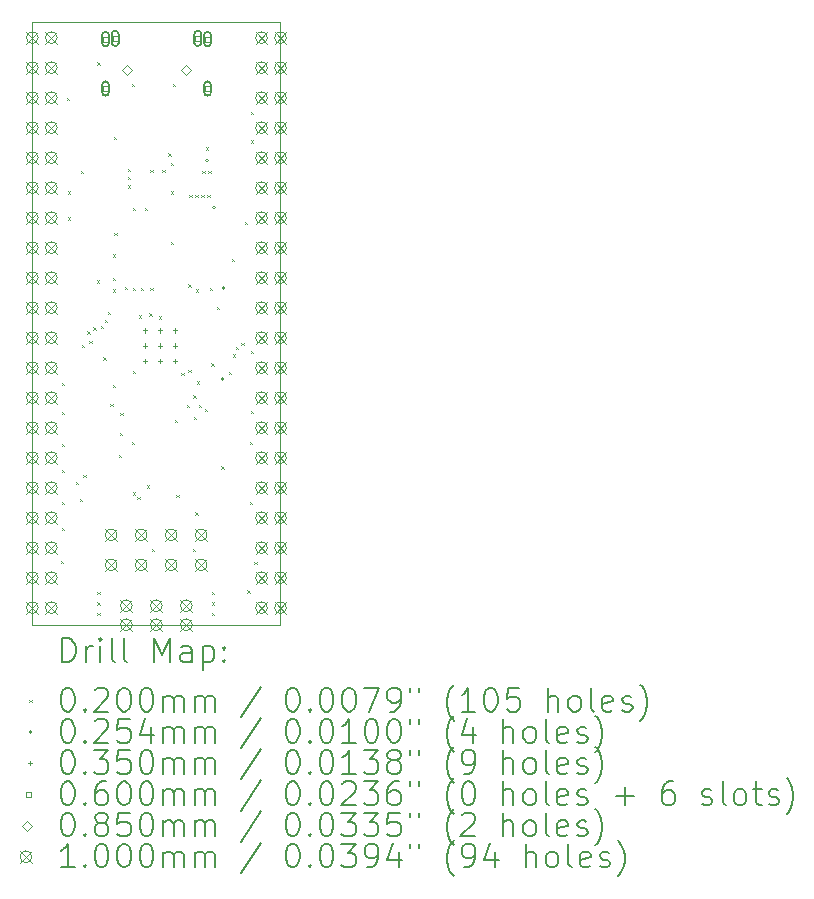
<source format=gbr>
%TF.GenerationSoftware,KiCad,Pcbnew,(6.0.7)*%
%TF.CreationDate,2022-09-23T08:48:55+05:30*%
%TF.ProjectId,Mitayi-Pico-RP2040,4d697461-7969-42d5-9069-636f2d525032,0.4*%
%TF.SameCoordinates,PX825e060PY6d4a840*%
%TF.FileFunction,Drillmap*%
%TF.FilePolarity,Positive*%
%FSLAX45Y45*%
G04 Gerber Fmt 4.5, Leading zero omitted, Abs format (unit mm)*
G04 Created by KiCad (PCBNEW (6.0.7)) date 2022-09-23 08:48:55*
%MOMM*%
%LPD*%
G01*
G04 APERTURE LIST*
%ADD10C,0.100000*%
%ADD11C,0.200000*%
%ADD12C,0.020000*%
%ADD13C,0.025400*%
%ADD14C,0.035000*%
%ADD15C,0.060000*%
%ADD16C,0.085000*%
G04 APERTURE END LIST*
D10*
X0Y5100000D02*
X2100000Y5100000D01*
X2100000Y0D02*
X0Y0D01*
X2100000Y5100000D02*
X2100000Y0D01*
X0Y0D02*
X0Y5100000D01*
D11*
D12*
X240000Y540000D02*
X260000Y520000D01*
X260000Y540000D02*
X240000Y520000D01*
X250000Y2050000D02*
X270000Y2030000D01*
X270000Y2050000D02*
X250000Y2030000D01*
X250000Y1800000D02*
X270000Y1780000D01*
X270000Y1800000D02*
X250000Y1780000D01*
X250000Y1530000D02*
X270000Y1510000D01*
X270000Y1530000D02*
X250000Y1510000D01*
X250000Y1310000D02*
X270000Y1290000D01*
X270000Y1310000D02*
X250000Y1290000D01*
X250000Y1040000D02*
X270000Y1020000D01*
X270000Y1040000D02*
X250000Y1020000D01*
X250000Y820000D02*
X270000Y800000D01*
X270000Y820000D02*
X250000Y800000D01*
X290000Y4460000D02*
X310000Y4440000D01*
X310000Y4460000D02*
X290000Y4440000D01*
X300000Y3670000D02*
X320000Y3650000D01*
X320000Y3670000D02*
X300000Y3650000D01*
X300000Y3450000D02*
X320000Y3430000D01*
X320000Y3450000D02*
X300000Y3430000D01*
X370000Y1210000D02*
X390000Y1190000D01*
X390000Y1210000D02*
X370000Y1190000D01*
X400000Y1065000D02*
X420000Y1045000D01*
X420000Y1065000D02*
X400000Y1045000D01*
X410000Y3840000D02*
X430000Y3820000D01*
X430000Y3840000D02*
X410000Y3820000D01*
X419792Y2369842D02*
X439792Y2349842D01*
X439792Y2369842D02*
X419792Y2349842D01*
X430000Y1270000D02*
X450000Y1250000D01*
X450000Y1270000D02*
X430000Y1250000D01*
X465000Y2485000D02*
X485000Y2465000D01*
X485000Y2485000D02*
X465000Y2465000D01*
X483453Y2402950D02*
X503453Y2382950D01*
X503453Y2402950D02*
X483453Y2382950D01*
X516029Y2516029D02*
X536029Y2496029D01*
X536029Y2516029D02*
X516029Y2496029D01*
X545050Y2915000D02*
X565050Y2895000D01*
X565050Y2915000D02*
X545050Y2895000D01*
X550000Y4760000D02*
X570000Y4740000D01*
X570000Y4760000D02*
X550000Y4740000D01*
X550000Y280000D02*
X570000Y260000D01*
X570000Y280000D02*
X550000Y260000D01*
X550000Y190000D02*
X570000Y170000D01*
X570000Y190000D02*
X550000Y170000D01*
X550000Y100000D02*
X570000Y80000D01*
X570000Y100000D02*
X550000Y80000D01*
X580000Y2530000D02*
X600000Y2510000D01*
X600000Y2530000D02*
X580000Y2510000D01*
X600000Y2263050D02*
X620000Y2243050D01*
X620000Y2263050D02*
X600000Y2243050D01*
X615000Y2580000D02*
X635000Y2560000D01*
X635000Y2580000D02*
X615000Y2560000D01*
X640000Y2650000D02*
X660000Y2630000D01*
X660000Y2650000D02*
X640000Y2630000D01*
X660000Y1870000D02*
X680000Y1850000D01*
X680000Y1870000D02*
X660000Y1850000D01*
X680000Y2840000D02*
X700000Y2820000D01*
X700000Y2840000D02*
X680000Y2820000D01*
X680000Y2030000D02*
X700000Y2010000D01*
X700000Y2030000D02*
X680000Y2010000D01*
X680050Y3135000D02*
X700050Y3115000D01*
X700050Y3135000D02*
X680050Y3115000D01*
X680050Y2935000D02*
X700050Y2915000D01*
X700050Y2935000D02*
X680050Y2915000D01*
X690000Y4130000D02*
X710000Y4110000D01*
X710000Y4130000D02*
X690000Y4110000D01*
X695000Y3315000D02*
X715000Y3295000D01*
X715000Y3315000D02*
X695000Y3295000D01*
X730000Y1440000D02*
X750000Y1420000D01*
X750000Y1440000D02*
X730000Y1420000D01*
X740000Y1625000D02*
X760000Y1605000D01*
X760000Y1625000D02*
X740000Y1605000D01*
X745000Y1795000D02*
X765000Y1775000D01*
X765000Y1795000D02*
X745000Y1775000D01*
X785000Y2860000D02*
X805000Y2840000D01*
X805000Y2860000D02*
X785000Y2840000D01*
X810000Y3860000D02*
X830000Y3840000D01*
X830000Y3860000D02*
X810000Y3840000D01*
X810000Y3790000D02*
X830000Y3770000D01*
X830000Y3790000D02*
X810000Y3770000D01*
X810000Y3720000D02*
X830000Y3700000D01*
X830000Y3720000D02*
X810000Y3700000D01*
X840000Y4580000D02*
X860000Y4560000D01*
X860000Y4580000D02*
X840000Y4560000D01*
X840000Y1550000D02*
X860000Y1530000D01*
X860000Y1550000D02*
X840000Y1530000D01*
X850000Y3530000D02*
X870000Y3510000D01*
X870000Y3530000D02*
X850000Y3510000D01*
X850000Y2850000D02*
X870000Y2830000D01*
X870000Y2850000D02*
X850000Y2830000D01*
X850000Y2150000D02*
X870000Y2130000D01*
X870000Y2150000D02*
X850000Y2130000D01*
X850000Y1120000D02*
X870000Y1100000D01*
X870000Y1120000D02*
X850000Y1100000D01*
X890000Y1080000D02*
X910000Y1060000D01*
X910000Y1080000D02*
X890000Y1060000D01*
X900000Y2620000D02*
X920000Y2600000D01*
X920000Y2620000D02*
X900000Y2600000D01*
X920000Y2850000D02*
X940000Y2830000D01*
X940000Y2850000D02*
X920000Y2830000D01*
X950050Y3530000D02*
X970050Y3510000D01*
X970050Y3530000D02*
X950050Y3510000D01*
X970000Y1180000D02*
X990000Y1160000D01*
X990000Y1180000D02*
X970000Y1160000D01*
X988644Y2636969D02*
X1008644Y2616969D01*
X1008644Y2636969D02*
X988644Y2616969D01*
X1000000Y3850000D02*
X1020000Y3830000D01*
X1020000Y3850000D02*
X1000000Y3830000D01*
X1000000Y2850000D02*
X1020000Y2830000D01*
X1020000Y2850000D02*
X1000000Y2830000D01*
X1010000Y640000D02*
X1030000Y620000D01*
X1030000Y640000D02*
X1010000Y620000D01*
X1070000Y2610000D02*
X1090000Y2590000D01*
X1090000Y2610000D02*
X1070000Y2590000D01*
X1100000Y3850000D02*
X1120000Y3830000D01*
X1120000Y3850000D02*
X1100000Y3830000D01*
X1150000Y3990000D02*
X1170000Y3970000D01*
X1170000Y3990000D02*
X1150000Y3970000D01*
X1170000Y3910000D02*
X1190000Y3890000D01*
X1190000Y3910000D02*
X1170000Y3890000D01*
X1170000Y3670000D02*
X1190000Y3650000D01*
X1190000Y3670000D02*
X1170000Y3650000D01*
X1170000Y3240000D02*
X1190000Y3220000D01*
X1190000Y3240000D02*
X1170000Y3220000D01*
X1190000Y4580000D02*
X1210000Y4560000D01*
X1210000Y4580000D02*
X1190000Y4560000D01*
X1205625Y1735625D02*
X1225625Y1715625D01*
X1225625Y1735625D02*
X1205625Y1715625D01*
X1220000Y1100000D02*
X1240000Y1080000D01*
X1240000Y1100000D02*
X1220000Y1080000D01*
X1260000Y2130000D02*
X1280000Y2110000D01*
X1280000Y2130000D02*
X1260000Y2110000D01*
X1308571Y1859290D02*
X1328571Y1839290D01*
X1328571Y1859290D02*
X1308571Y1839290D01*
X1320000Y2880000D02*
X1340000Y2860000D01*
X1340000Y2880000D02*
X1320000Y2860000D01*
X1320000Y2160000D02*
X1340000Y2140000D01*
X1340000Y2160000D02*
X1320000Y2140000D01*
X1330000Y3640000D02*
X1350000Y3620000D01*
X1350000Y3640000D02*
X1330000Y3620000D01*
X1360000Y640000D02*
X1380000Y620000D01*
X1380000Y640000D02*
X1360000Y620000D01*
X1361178Y1941791D02*
X1381178Y1921791D01*
X1381178Y1941791D02*
X1361178Y1921791D01*
X1365050Y1760000D02*
X1385050Y1740000D01*
X1385050Y1760000D02*
X1365050Y1740000D01*
X1380000Y3640000D02*
X1400000Y3620000D01*
X1400000Y3640000D02*
X1380000Y3620000D01*
X1380000Y950000D02*
X1400000Y930000D01*
X1400000Y950000D02*
X1380000Y930000D01*
X1385000Y2840000D02*
X1405000Y2820000D01*
X1405000Y2840000D02*
X1385000Y2820000D01*
X1390000Y2060000D02*
X1410000Y2040000D01*
X1410000Y2060000D02*
X1390000Y2040000D01*
X1410000Y1860000D02*
X1430000Y1840000D01*
X1430000Y1860000D02*
X1410000Y1840000D01*
X1430000Y3640000D02*
X1450000Y3620000D01*
X1450000Y3640000D02*
X1430000Y3620000D01*
X1440000Y3840000D02*
X1460000Y3820000D01*
X1460000Y3840000D02*
X1440000Y3820000D01*
X1460000Y1830000D02*
X1480000Y1810000D01*
X1480000Y1830000D02*
X1460000Y1810000D01*
X1470000Y4040000D02*
X1490000Y4020000D01*
X1490000Y4040000D02*
X1470000Y4020000D01*
X1480000Y3640000D02*
X1500000Y3620000D01*
X1500000Y3640000D02*
X1480000Y3620000D01*
X1490000Y3840000D02*
X1510000Y3820000D01*
X1510000Y3840000D02*
X1490000Y3820000D01*
X1500000Y2850000D02*
X1520000Y2830000D01*
X1520000Y2850000D02*
X1500000Y2830000D01*
X1514711Y2213281D02*
X1534711Y2193281D01*
X1534711Y2213281D02*
X1514711Y2193281D01*
X1520000Y280000D02*
X1540000Y260000D01*
X1540000Y280000D02*
X1520000Y260000D01*
X1520000Y190000D02*
X1540000Y170000D01*
X1540000Y190000D02*
X1520000Y170000D01*
X1520000Y100000D02*
X1540000Y80000D01*
X1540000Y100000D02*
X1520000Y80000D01*
X1560000Y2690000D02*
X1580000Y2670000D01*
X1580000Y2690000D02*
X1560000Y2670000D01*
X1600000Y1340000D02*
X1620000Y1320000D01*
X1620000Y1340000D02*
X1600000Y1320000D01*
X1661950Y2140000D02*
X1681950Y2120000D01*
X1681950Y2140000D02*
X1661950Y2120000D01*
X1690000Y3100000D02*
X1710000Y3080000D01*
X1710000Y3100000D02*
X1690000Y3080000D01*
X1695050Y2290000D02*
X1715050Y2270000D01*
X1715050Y2290000D02*
X1695050Y2270000D01*
X1720000Y2350000D02*
X1740000Y2330000D01*
X1740000Y2350000D02*
X1720000Y2330000D01*
X1770000Y2385000D02*
X1790000Y2365000D01*
X1790000Y2385000D02*
X1770000Y2365000D01*
X1800000Y3410000D02*
X1820000Y3390000D01*
X1820000Y3410000D02*
X1800000Y3390000D01*
X1820000Y290000D02*
X1840000Y270000D01*
X1840000Y290000D02*
X1820000Y270000D01*
X1840000Y1550000D02*
X1860000Y1530000D01*
X1860000Y1550000D02*
X1840000Y1530000D01*
X1840000Y1040000D02*
X1860000Y1020000D01*
X1860000Y1040000D02*
X1840000Y1020000D01*
X1850000Y4340000D02*
X1870000Y4320000D01*
X1870000Y4340000D02*
X1850000Y4320000D01*
X1850000Y4100000D02*
X1870000Y4080000D01*
X1870000Y4100000D02*
X1850000Y4080000D01*
X1850000Y2320000D02*
X1870000Y2300000D01*
X1870000Y2320000D02*
X1850000Y2300000D01*
X1850000Y1810000D02*
X1870000Y1790000D01*
X1870000Y1810000D02*
X1850000Y1790000D01*
X1880000Y530000D02*
X1900000Y510000D01*
X1900000Y530000D02*
X1880000Y510000D01*
D13*
X1492700Y3930000D02*
G75*
G03*
X1492700Y3930000I-12700J0D01*
G01*
X1552700Y3530000D02*
G75*
G03*
X1552700Y3530000I-12700J0D01*
G01*
X1622700Y2080000D02*
G75*
G03*
X1622700Y2080000I-12700J0D01*
G01*
X1632700Y2850000D02*
G75*
G03*
X1632700Y2850000I-12700J0D01*
G01*
D14*
X954500Y2508000D02*
X954500Y2473000D01*
X937000Y2490500D02*
X972000Y2490500D01*
X954500Y2380500D02*
X954500Y2345500D01*
X937000Y2363000D02*
X972000Y2363000D01*
X954500Y2253000D02*
X954500Y2218000D01*
X937000Y2235500D02*
X972000Y2235500D01*
X1082000Y2508000D02*
X1082000Y2473000D01*
X1064500Y2490500D02*
X1099500Y2490500D01*
X1082000Y2380500D02*
X1082000Y2345500D01*
X1064500Y2363000D02*
X1099500Y2363000D01*
X1082000Y2253000D02*
X1082000Y2218000D01*
X1064500Y2235500D02*
X1099500Y2235500D01*
X1209500Y2508000D02*
X1209500Y2473000D01*
X1192000Y2490500D02*
X1227000Y2490500D01*
X1209500Y2380500D02*
X1209500Y2345500D01*
X1192000Y2363000D02*
X1227000Y2363000D01*
X1209500Y2253000D02*
X1209500Y2218000D01*
X1192000Y2235500D02*
X1227000Y2235500D01*
D15*
X640213Y4935787D02*
X640213Y4978213D01*
X597787Y4978213D01*
X597787Y4935787D01*
X640213Y4935787D01*
D11*
X649000Y4927000D02*
X649000Y4987000D01*
X589000Y4927000D02*
X589000Y4987000D01*
X649000Y4987000D02*
G75*
G03*
X589000Y4987000I-30000J0D01*
G01*
X589000Y4927000D02*
G75*
G03*
X649000Y4927000I30000J0D01*
G01*
D15*
X640213Y4517787D02*
X640213Y4560213D01*
X597787Y4560213D01*
X597787Y4517787D01*
X640213Y4517787D01*
D11*
X649000Y4509000D02*
X649000Y4569000D01*
X589000Y4509000D02*
X589000Y4569000D01*
X649000Y4569000D02*
G75*
G03*
X589000Y4569000I-30000J0D01*
G01*
X589000Y4509000D02*
G75*
G03*
X649000Y4509000I30000J0D01*
G01*
D15*
X722213Y4942537D02*
X722213Y4984963D01*
X679787Y4984963D01*
X679787Y4942537D01*
X722213Y4942537D01*
D11*
X731000Y4928750D02*
X731000Y4998750D01*
X671000Y4928750D02*
X671000Y4998750D01*
X731000Y4998750D02*
G75*
G03*
X671000Y4998750I-30000J0D01*
G01*
X671000Y4928750D02*
G75*
G03*
X731000Y4928750I30000J0D01*
G01*
D15*
X1422213Y4942537D02*
X1422213Y4984963D01*
X1379787Y4984963D01*
X1379787Y4942537D01*
X1422213Y4942537D01*
D11*
X1371000Y4998750D02*
X1371000Y4928750D01*
X1431000Y4998750D02*
X1431000Y4928750D01*
X1371000Y4928750D02*
G75*
G03*
X1431000Y4928750I30000J0D01*
G01*
X1431000Y4998750D02*
G75*
G03*
X1371000Y4998750I-30000J0D01*
G01*
D15*
X1504213Y4935787D02*
X1504213Y4978213D01*
X1461787Y4978213D01*
X1461787Y4935787D01*
X1504213Y4935787D01*
D11*
X1513000Y4927000D02*
X1513000Y4987000D01*
X1453000Y4927000D02*
X1453000Y4987000D01*
X1513000Y4987000D02*
G75*
G03*
X1453000Y4987000I-30000J0D01*
G01*
X1453000Y4927000D02*
G75*
G03*
X1513000Y4927000I30000J0D01*
G01*
D15*
X1504213Y4517787D02*
X1504213Y4560213D01*
X1461787Y4560213D01*
X1461787Y4517787D01*
X1504213Y4517787D01*
D11*
X1513000Y4509000D02*
X1513000Y4569000D01*
X1453000Y4509000D02*
X1453000Y4569000D01*
X1513000Y4569000D02*
G75*
G03*
X1453000Y4569000I-30000J0D01*
G01*
X1453000Y4509000D02*
G75*
G03*
X1513000Y4509000I30000J0D01*
G01*
D16*
X801000Y4651250D02*
X843500Y4693750D01*
X801000Y4736250D01*
X758500Y4693750D01*
X801000Y4651250D01*
X1301000Y4651250D02*
X1343500Y4693750D01*
X1301000Y4736250D01*
X1258500Y4693750D01*
X1301000Y4651250D01*
D10*
X-51000Y5020000D02*
X49000Y4920000D01*
X49000Y5020000D02*
X-51000Y4920000D01*
X49000Y4970000D02*
G75*
G03*
X49000Y4970000I-50000J0D01*
G01*
X-51000Y4766000D02*
X49000Y4666000D01*
X49000Y4766000D02*
X-51000Y4666000D01*
X49000Y4716000D02*
G75*
G03*
X49000Y4716000I-50000J0D01*
G01*
X-51000Y4512000D02*
X49000Y4412000D01*
X49000Y4512000D02*
X-51000Y4412000D01*
X49000Y4462000D02*
G75*
G03*
X49000Y4462000I-50000J0D01*
G01*
X-51000Y4258000D02*
X49000Y4158000D01*
X49000Y4258000D02*
X-51000Y4158000D01*
X49000Y4208000D02*
G75*
G03*
X49000Y4208000I-50000J0D01*
G01*
X-51000Y4004000D02*
X49000Y3904000D01*
X49000Y4004000D02*
X-51000Y3904000D01*
X49000Y3954000D02*
G75*
G03*
X49000Y3954000I-50000J0D01*
G01*
X-51000Y3750000D02*
X49000Y3650000D01*
X49000Y3750000D02*
X-51000Y3650000D01*
X49000Y3700000D02*
G75*
G03*
X49000Y3700000I-50000J0D01*
G01*
X-51000Y3496000D02*
X49000Y3396000D01*
X49000Y3496000D02*
X-51000Y3396000D01*
X49000Y3446000D02*
G75*
G03*
X49000Y3446000I-50000J0D01*
G01*
X-51000Y3242000D02*
X49000Y3142000D01*
X49000Y3242000D02*
X-51000Y3142000D01*
X49000Y3192000D02*
G75*
G03*
X49000Y3192000I-50000J0D01*
G01*
X-51000Y2988000D02*
X49000Y2888000D01*
X49000Y2988000D02*
X-51000Y2888000D01*
X49000Y2938000D02*
G75*
G03*
X49000Y2938000I-50000J0D01*
G01*
X-51000Y2734000D02*
X49000Y2634000D01*
X49000Y2734000D02*
X-51000Y2634000D01*
X49000Y2684000D02*
G75*
G03*
X49000Y2684000I-50000J0D01*
G01*
X-51000Y2480000D02*
X49000Y2380000D01*
X49000Y2480000D02*
X-51000Y2380000D01*
X49000Y2430000D02*
G75*
G03*
X49000Y2430000I-50000J0D01*
G01*
X-51000Y2226000D02*
X49000Y2126000D01*
X49000Y2226000D02*
X-51000Y2126000D01*
X49000Y2176000D02*
G75*
G03*
X49000Y2176000I-50000J0D01*
G01*
X-51000Y1972000D02*
X49000Y1872000D01*
X49000Y1972000D02*
X-51000Y1872000D01*
X49000Y1922000D02*
G75*
G03*
X49000Y1922000I-50000J0D01*
G01*
X-51000Y1718000D02*
X49000Y1618000D01*
X49000Y1718000D02*
X-51000Y1618000D01*
X49000Y1668000D02*
G75*
G03*
X49000Y1668000I-50000J0D01*
G01*
X-51000Y1464000D02*
X49000Y1364000D01*
X49000Y1464000D02*
X-51000Y1364000D01*
X49000Y1414000D02*
G75*
G03*
X49000Y1414000I-50000J0D01*
G01*
X-51000Y1210000D02*
X49000Y1110000D01*
X49000Y1210000D02*
X-51000Y1110000D01*
X49000Y1160000D02*
G75*
G03*
X49000Y1160000I-50000J0D01*
G01*
X-51000Y956000D02*
X49000Y856000D01*
X49000Y956000D02*
X-51000Y856000D01*
X49000Y906000D02*
G75*
G03*
X49000Y906000I-50000J0D01*
G01*
X-51000Y702000D02*
X49000Y602000D01*
X49000Y702000D02*
X-51000Y602000D01*
X49000Y652000D02*
G75*
G03*
X49000Y652000I-50000J0D01*
G01*
X-51000Y448000D02*
X49000Y348000D01*
X49000Y448000D02*
X-51000Y348000D01*
X49000Y398000D02*
G75*
G03*
X49000Y398000I-50000J0D01*
G01*
X-51000Y194000D02*
X49000Y94000D01*
X49000Y194000D02*
X-51000Y94000D01*
X49000Y144000D02*
G75*
G03*
X49000Y144000I-50000J0D01*
G01*
X110000Y5020000D02*
X210000Y4920000D01*
X210000Y5020000D02*
X110000Y4920000D01*
X210000Y4970000D02*
G75*
G03*
X210000Y4970000I-50000J0D01*
G01*
X110000Y4766000D02*
X210000Y4666000D01*
X210000Y4766000D02*
X110000Y4666000D01*
X210000Y4716000D02*
G75*
G03*
X210000Y4716000I-50000J0D01*
G01*
X110000Y4512000D02*
X210000Y4412000D01*
X210000Y4512000D02*
X110000Y4412000D01*
X210000Y4462000D02*
G75*
G03*
X210000Y4462000I-50000J0D01*
G01*
X110000Y4258000D02*
X210000Y4158000D01*
X210000Y4258000D02*
X110000Y4158000D01*
X210000Y4208000D02*
G75*
G03*
X210000Y4208000I-50000J0D01*
G01*
X110000Y4004000D02*
X210000Y3904000D01*
X210000Y4004000D02*
X110000Y3904000D01*
X210000Y3954000D02*
G75*
G03*
X210000Y3954000I-50000J0D01*
G01*
X110000Y3750000D02*
X210000Y3650000D01*
X210000Y3750000D02*
X110000Y3650000D01*
X210000Y3700000D02*
G75*
G03*
X210000Y3700000I-50000J0D01*
G01*
X110000Y3496000D02*
X210000Y3396000D01*
X210000Y3496000D02*
X110000Y3396000D01*
X210000Y3446000D02*
G75*
G03*
X210000Y3446000I-50000J0D01*
G01*
X110000Y3242000D02*
X210000Y3142000D01*
X210000Y3242000D02*
X110000Y3142000D01*
X210000Y3192000D02*
G75*
G03*
X210000Y3192000I-50000J0D01*
G01*
X110000Y2988000D02*
X210000Y2888000D01*
X210000Y2988000D02*
X110000Y2888000D01*
X210000Y2938000D02*
G75*
G03*
X210000Y2938000I-50000J0D01*
G01*
X110000Y2734000D02*
X210000Y2634000D01*
X210000Y2734000D02*
X110000Y2634000D01*
X210000Y2684000D02*
G75*
G03*
X210000Y2684000I-50000J0D01*
G01*
X110000Y2480000D02*
X210000Y2380000D01*
X210000Y2480000D02*
X110000Y2380000D01*
X210000Y2430000D02*
G75*
G03*
X210000Y2430000I-50000J0D01*
G01*
X110000Y2226000D02*
X210000Y2126000D01*
X210000Y2226000D02*
X110000Y2126000D01*
X210000Y2176000D02*
G75*
G03*
X210000Y2176000I-50000J0D01*
G01*
X110000Y1972000D02*
X210000Y1872000D01*
X210000Y1972000D02*
X110000Y1872000D01*
X210000Y1922000D02*
G75*
G03*
X210000Y1922000I-50000J0D01*
G01*
X110000Y1718000D02*
X210000Y1618000D01*
X210000Y1718000D02*
X110000Y1618000D01*
X210000Y1668000D02*
G75*
G03*
X210000Y1668000I-50000J0D01*
G01*
X110000Y1464000D02*
X210000Y1364000D01*
X210000Y1464000D02*
X110000Y1364000D01*
X210000Y1414000D02*
G75*
G03*
X210000Y1414000I-50000J0D01*
G01*
X110000Y1210000D02*
X210000Y1110000D01*
X210000Y1210000D02*
X110000Y1110000D01*
X210000Y1160000D02*
G75*
G03*
X210000Y1160000I-50000J0D01*
G01*
X110000Y956000D02*
X210000Y856000D01*
X210000Y956000D02*
X110000Y856000D01*
X210000Y906000D02*
G75*
G03*
X210000Y906000I-50000J0D01*
G01*
X110000Y702000D02*
X210000Y602000D01*
X210000Y702000D02*
X110000Y602000D01*
X210000Y652000D02*
G75*
G03*
X210000Y652000I-50000J0D01*
G01*
X110000Y448000D02*
X210000Y348000D01*
X210000Y448000D02*
X110000Y348000D01*
X210000Y398000D02*
G75*
G03*
X210000Y398000I-50000J0D01*
G01*
X110000Y194000D02*
X210000Y94000D01*
X210000Y194000D02*
X110000Y94000D01*
X210000Y144000D02*
G75*
G03*
X210000Y144000I-50000J0D01*
G01*
X617500Y810000D02*
X717500Y710000D01*
X717500Y810000D02*
X617500Y710000D01*
X717500Y760000D02*
G75*
G03*
X717500Y760000I-50000J0D01*
G01*
X617500Y556000D02*
X717500Y456000D01*
X717500Y556000D02*
X617500Y456000D01*
X717500Y506000D02*
G75*
G03*
X717500Y506000I-50000J0D01*
G01*
X745000Y210000D02*
X845000Y110000D01*
X845000Y210000D02*
X745000Y110000D01*
X845000Y160000D02*
G75*
G03*
X845000Y160000I-50000J0D01*
G01*
X745000Y49000D02*
X845000Y-51000D01*
X845000Y49000D02*
X745000Y-51000D01*
X845000Y-1000D02*
G75*
G03*
X845000Y-1000I-50000J0D01*
G01*
X871500Y810000D02*
X971500Y710000D01*
X971500Y810000D02*
X871500Y710000D01*
X971500Y760000D02*
G75*
G03*
X971500Y760000I-50000J0D01*
G01*
X871500Y556000D02*
X971500Y456000D01*
X971500Y556000D02*
X871500Y456000D01*
X971500Y506000D02*
G75*
G03*
X971500Y506000I-50000J0D01*
G01*
X999000Y210000D02*
X1099000Y110000D01*
X1099000Y210000D02*
X999000Y110000D01*
X1099000Y160000D02*
G75*
G03*
X1099000Y160000I-50000J0D01*
G01*
X999000Y49000D02*
X1099000Y-51000D01*
X1099000Y49000D02*
X999000Y-51000D01*
X1099000Y-1000D02*
G75*
G03*
X1099000Y-1000I-50000J0D01*
G01*
X1125500Y810000D02*
X1225500Y710000D01*
X1225500Y810000D02*
X1125500Y710000D01*
X1225500Y760000D02*
G75*
G03*
X1225500Y760000I-50000J0D01*
G01*
X1125500Y556000D02*
X1225500Y456000D01*
X1225500Y556000D02*
X1125500Y456000D01*
X1225500Y506000D02*
G75*
G03*
X1225500Y506000I-50000J0D01*
G01*
X1253000Y210000D02*
X1353000Y110000D01*
X1353000Y210000D02*
X1253000Y110000D01*
X1353000Y160000D02*
G75*
G03*
X1353000Y160000I-50000J0D01*
G01*
X1253000Y49000D02*
X1353000Y-51000D01*
X1353000Y49000D02*
X1253000Y-51000D01*
X1353000Y-1000D02*
G75*
G03*
X1353000Y-1000I-50000J0D01*
G01*
X1379500Y810000D02*
X1479500Y710000D01*
X1479500Y810000D02*
X1379500Y710000D01*
X1479500Y760000D02*
G75*
G03*
X1479500Y760000I-50000J0D01*
G01*
X1379500Y556000D02*
X1479500Y456000D01*
X1479500Y556000D02*
X1379500Y456000D01*
X1479500Y506000D02*
G75*
G03*
X1479500Y506000I-50000J0D01*
G01*
X1890000Y5020000D02*
X1990000Y4920000D01*
X1990000Y5020000D02*
X1890000Y4920000D01*
X1990000Y4970000D02*
G75*
G03*
X1990000Y4970000I-50000J0D01*
G01*
X1890000Y4766000D02*
X1990000Y4666000D01*
X1990000Y4766000D02*
X1890000Y4666000D01*
X1990000Y4716000D02*
G75*
G03*
X1990000Y4716000I-50000J0D01*
G01*
X1890000Y4512000D02*
X1990000Y4412000D01*
X1990000Y4512000D02*
X1890000Y4412000D01*
X1990000Y4462000D02*
G75*
G03*
X1990000Y4462000I-50000J0D01*
G01*
X1890000Y4258000D02*
X1990000Y4158000D01*
X1990000Y4258000D02*
X1890000Y4158000D01*
X1990000Y4208000D02*
G75*
G03*
X1990000Y4208000I-50000J0D01*
G01*
X1890000Y4004000D02*
X1990000Y3904000D01*
X1990000Y4004000D02*
X1890000Y3904000D01*
X1990000Y3954000D02*
G75*
G03*
X1990000Y3954000I-50000J0D01*
G01*
X1890000Y3750000D02*
X1990000Y3650000D01*
X1990000Y3750000D02*
X1890000Y3650000D01*
X1990000Y3700000D02*
G75*
G03*
X1990000Y3700000I-50000J0D01*
G01*
X1890000Y3496000D02*
X1990000Y3396000D01*
X1990000Y3496000D02*
X1890000Y3396000D01*
X1990000Y3446000D02*
G75*
G03*
X1990000Y3446000I-50000J0D01*
G01*
X1890000Y3242000D02*
X1990000Y3142000D01*
X1990000Y3242000D02*
X1890000Y3142000D01*
X1990000Y3192000D02*
G75*
G03*
X1990000Y3192000I-50000J0D01*
G01*
X1890000Y2988000D02*
X1990000Y2888000D01*
X1990000Y2988000D02*
X1890000Y2888000D01*
X1990000Y2938000D02*
G75*
G03*
X1990000Y2938000I-50000J0D01*
G01*
X1890000Y2734000D02*
X1990000Y2634000D01*
X1990000Y2734000D02*
X1890000Y2634000D01*
X1990000Y2684000D02*
G75*
G03*
X1990000Y2684000I-50000J0D01*
G01*
X1890000Y2480000D02*
X1990000Y2380000D01*
X1990000Y2480000D02*
X1890000Y2380000D01*
X1990000Y2430000D02*
G75*
G03*
X1990000Y2430000I-50000J0D01*
G01*
X1890000Y2226000D02*
X1990000Y2126000D01*
X1990000Y2226000D02*
X1890000Y2126000D01*
X1990000Y2176000D02*
G75*
G03*
X1990000Y2176000I-50000J0D01*
G01*
X1890000Y1972000D02*
X1990000Y1872000D01*
X1990000Y1972000D02*
X1890000Y1872000D01*
X1990000Y1922000D02*
G75*
G03*
X1990000Y1922000I-50000J0D01*
G01*
X1890000Y1718000D02*
X1990000Y1618000D01*
X1990000Y1718000D02*
X1890000Y1618000D01*
X1990000Y1668000D02*
G75*
G03*
X1990000Y1668000I-50000J0D01*
G01*
X1890000Y1464000D02*
X1990000Y1364000D01*
X1990000Y1464000D02*
X1890000Y1364000D01*
X1990000Y1414000D02*
G75*
G03*
X1990000Y1414000I-50000J0D01*
G01*
X1890000Y1210000D02*
X1990000Y1110000D01*
X1990000Y1210000D02*
X1890000Y1110000D01*
X1990000Y1160000D02*
G75*
G03*
X1990000Y1160000I-50000J0D01*
G01*
X1890000Y956000D02*
X1990000Y856000D01*
X1990000Y956000D02*
X1890000Y856000D01*
X1990000Y906000D02*
G75*
G03*
X1990000Y906000I-50000J0D01*
G01*
X1890000Y702000D02*
X1990000Y602000D01*
X1990000Y702000D02*
X1890000Y602000D01*
X1990000Y652000D02*
G75*
G03*
X1990000Y652000I-50000J0D01*
G01*
X1890000Y448000D02*
X1990000Y348000D01*
X1990000Y448000D02*
X1890000Y348000D01*
X1990000Y398000D02*
G75*
G03*
X1990000Y398000I-50000J0D01*
G01*
X1890000Y194000D02*
X1990000Y94000D01*
X1990000Y194000D02*
X1890000Y94000D01*
X1990000Y144000D02*
G75*
G03*
X1990000Y144000I-50000J0D01*
G01*
X2051000Y5020000D02*
X2151000Y4920000D01*
X2151000Y5020000D02*
X2051000Y4920000D01*
X2151000Y4970000D02*
G75*
G03*
X2151000Y4970000I-50000J0D01*
G01*
X2051000Y4766000D02*
X2151000Y4666000D01*
X2151000Y4766000D02*
X2051000Y4666000D01*
X2151000Y4716000D02*
G75*
G03*
X2151000Y4716000I-50000J0D01*
G01*
X2051000Y4512000D02*
X2151000Y4412000D01*
X2151000Y4512000D02*
X2051000Y4412000D01*
X2151000Y4462000D02*
G75*
G03*
X2151000Y4462000I-50000J0D01*
G01*
X2051000Y4258000D02*
X2151000Y4158000D01*
X2151000Y4258000D02*
X2051000Y4158000D01*
X2151000Y4208000D02*
G75*
G03*
X2151000Y4208000I-50000J0D01*
G01*
X2051000Y4004000D02*
X2151000Y3904000D01*
X2151000Y4004000D02*
X2051000Y3904000D01*
X2151000Y3954000D02*
G75*
G03*
X2151000Y3954000I-50000J0D01*
G01*
X2051000Y3750000D02*
X2151000Y3650000D01*
X2151000Y3750000D02*
X2051000Y3650000D01*
X2151000Y3700000D02*
G75*
G03*
X2151000Y3700000I-50000J0D01*
G01*
X2051000Y3496000D02*
X2151000Y3396000D01*
X2151000Y3496000D02*
X2051000Y3396000D01*
X2151000Y3446000D02*
G75*
G03*
X2151000Y3446000I-50000J0D01*
G01*
X2051000Y3242000D02*
X2151000Y3142000D01*
X2151000Y3242000D02*
X2051000Y3142000D01*
X2151000Y3192000D02*
G75*
G03*
X2151000Y3192000I-50000J0D01*
G01*
X2051000Y2988000D02*
X2151000Y2888000D01*
X2151000Y2988000D02*
X2051000Y2888000D01*
X2151000Y2938000D02*
G75*
G03*
X2151000Y2938000I-50000J0D01*
G01*
X2051000Y2734000D02*
X2151000Y2634000D01*
X2151000Y2734000D02*
X2051000Y2634000D01*
X2151000Y2684000D02*
G75*
G03*
X2151000Y2684000I-50000J0D01*
G01*
X2051000Y2480000D02*
X2151000Y2380000D01*
X2151000Y2480000D02*
X2051000Y2380000D01*
X2151000Y2430000D02*
G75*
G03*
X2151000Y2430000I-50000J0D01*
G01*
X2051000Y2226000D02*
X2151000Y2126000D01*
X2151000Y2226000D02*
X2051000Y2126000D01*
X2151000Y2176000D02*
G75*
G03*
X2151000Y2176000I-50000J0D01*
G01*
X2051000Y1972000D02*
X2151000Y1872000D01*
X2151000Y1972000D02*
X2051000Y1872000D01*
X2151000Y1922000D02*
G75*
G03*
X2151000Y1922000I-50000J0D01*
G01*
X2051000Y1718000D02*
X2151000Y1618000D01*
X2151000Y1718000D02*
X2051000Y1618000D01*
X2151000Y1668000D02*
G75*
G03*
X2151000Y1668000I-50000J0D01*
G01*
X2051000Y1464000D02*
X2151000Y1364000D01*
X2151000Y1464000D02*
X2051000Y1364000D01*
X2151000Y1414000D02*
G75*
G03*
X2151000Y1414000I-50000J0D01*
G01*
X2051000Y1210000D02*
X2151000Y1110000D01*
X2151000Y1210000D02*
X2051000Y1110000D01*
X2151000Y1160000D02*
G75*
G03*
X2151000Y1160000I-50000J0D01*
G01*
X2051000Y956000D02*
X2151000Y856000D01*
X2151000Y956000D02*
X2051000Y856000D01*
X2151000Y906000D02*
G75*
G03*
X2151000Y906000I-50000J0D01*
G01*
X2051000Y702000D02*
X2151000Y602000D01*
X2151000Y702000D02*
X2051000Y602000D01*
X2151000Y652000D02*
G75*
G03*
X2151000Y652000I-50000J0D01*
G01*
X2051000Y448000D02*
X2151000Y348000D01*
X2151000Y448000D02*
X2051000Y348000D01*
X2151000Y398000D02*
G75*
G03*
X2151000Y398000I-50000J0D01*
G01*
X2051000Y194000D02*
X2151000Y94000D01*
X2151000Y194000D02*
X2051000Y94000D01*
X2151000Y144000D02*
G75*
G03*
X2151000Y144000I-50000J0D01*
G01*
D11*
X252619Y-315476D02*
X252619Y-115476D01*
X300238Y-115476D01*
X328810Y-125000D01*
X347857Y-144048D01*
X357381Y-163095D01*
X366905Y-201190D01*
X366905Y-229762D01*
X357381Y-267857D01*
X347857Y-286905D01*
X328810Y-305952D01*
X300238Y-315476D01*
X252619Y-315476D01*
X452619Y-315476D02*
X452619Y-182143D01*
X452619Y-220238D02*
X462143Y-201190D01*
X471667Y-191667D01*
X490714Y-182143D01*
X509762Y-182143D01*
X576429Y-315476D02*
X576429Y-182143D01*
X576429Y-115476D02*
X566905Y-125000D01*
X576429Y-134524D01*
X585952Y-125000D01*
X576429Y-115476D01*
X576429Y-134524D01*
X700238Y-315476D02*
X681190Y-305952D01*
X671667Y-286905D01*
X671667Y-115476D01*
X805000Y-315476D02*
X785952Y-305952D01*
X776428Y-286905D01*
X776428Y-115476D01*
X1033571Y-315476D02*
X1033571Y-115476D01*
X1100238Y-258333D01*
X1166905Y-115476D01*
X1166905Y-315476D01*
X1347857Y-315476D02*
X1347857Y-210714D01*
X1338333Y-191667D01*
X1319286Y-182143D01*
X1281190Y-182143D01*
X1262143Y-191667D01*
X1347857Y-305952D02*
X1328810Y-315476D01*
X1281190Y-315476D01*
X1262143Y-305952D01*
X1252619Y-286905D01*
X1252619Y-267857D01*
X1262143Y-248809D01*
X1281190Y-239286D01*
X1328810Y-239286D01*
X1347857Y-229762D01*
X1443095Y-182143D02*
X1443095Y-382143D01*
X1443095Y-191667D02*
X1462143Y-182143D01*
X1500238Y-182143D01*
X1519286Y-191667D01*
X1528809Y-201190D01*
X1538333Y-220238D01*
X1538333Y-277381D01*
X1528809Y-296429D01*
X1519286Y-305952D01*
X1500238Y-315476D01*
X1462143Y-315476D01*
X1443095Y-305952D01*
X1624048Y-296429D02*
X1633571Y-305952D01*
X1624048Y-315476D01*
X1614524Y-305952D01*
X1624048Y-296429D01*
X1624048Y-315476D01*
X1624048Y-191667D02*
X1633571Y-201190D01*
X1624048Y-210714D01*
X1614524Y-201190D01*
X1624048Y-191667D01*
X1624048Y-210714D01*
D12*
X-25000Y-635000D02*
X-5000Y-655000D01*
X-5000Y-635000D02*
X-25000Y-655000D01*
D11*
X290714Y-535476D02*
X309762Y-535476D01*
X328810Y-545000D01*
X338333Y-554524D01*
X347857Y-573571D01*
X357381Y-611667D01*
X357381Y-659286D01*
X347857Y-697381D01*
X338333Y-716428D01*
X328810Y-725952D01*
X309762Y-735476D01*
X290714Y-735476D01*
X271667Y-725952D01*
X262143Y-716428D01*
X252619Y-697381D01*
X243095Y-659286D01*
X243095Y-611667D01*
X252619Y-573571D01*
X262143Y-554524D01*
X271667Y-545000D01*
X290714Y-535476D01*
X443095Y-716428D02*
X452619Y-725952D01*
X443095Y-735476D01*
X433571Y-725952D01*
X443095Y-716428D01*
X443095Y-735476D01*
X528810Y-554524D02*
X538333Y-545000D01*
X557381Y-535476D01*
X605000Y-535476D01*
X624048Y-545000D01*
X633571Y-554524D01*
X643095Y-573571D01*
X643095Y-592619D01*
X633571Y-621190D01*
X519286Y-735476D01*
X643095Y-735476D01*
X766905Y-535476D02*
X785952Y-535476D01*
X805000Y-545000D01*
X814524Y-554524D01*
X824048Y-573571D01*
X833571Y-611667D01*
X833571Y-659286D01*
X824048Y-697381D01*
X814524Y-716428D01*
X805000Y-725952D01*
X785952Y-735476D01*
X766905Y-735476D01*
X747857Y-725952D01*
X738333Y-716428D01*
X728809Y-697381D01*
X719286Y-659286D01*
X719286Y-611667D01*
X728809Y-573571D01*
X738333Y-554524D01*
X747857Y-545000D01*
X766905Y-535476D01*
X957381Y-535476D02*
X976428Y-535476D01*
X995476Y-545000D01*
X1005000Y-554524D01*
X1014524Y-573571D01*
X1024048Y-611667D01*
X1024048Y-659286D01*
X1014524Y-697381D01*
X1005000Y-716428D01*
X995476Y-725952D01*
X976428Y-735476D01*
X957381Y-735476D01*
X938333Y-725952D01*
X928809Y-716428D01*
X919286Y-697381D01*
X909762Y-659286D01*
X909762Y-611667D01*
X919286Y-573571D01*
X928809Y-554524D01*
X938333Y-545000D01*
X957381Y-535476D01*
X1109762Y-735476D02*
X1109762Y-602143D01*
X1109762Y-621190D02*
X1119286Y-611667D01*
X1138333Y-602143D01*
X1166905Y-602143D01*
X1185952Y-611667D01*
X1195476Y-630714D01*
X1195476Y-735476D01*
X1195476Y-630714D02*
X1205000Y-611667D01*
X1224048Y-602143D01*
X1252619Y-602143D01*
X1271667Y-611667D01*
X1281190Y-630714D01*
X1281190Y-735476D01*
X1376429Y-735476D02*
X1376429Y-602143D01*
X1376429Y-621190D02*
X1385952Y-611667D01*
X1405000Y-602143D01*
X1433571Y-602143D01*
X1452619Y-611667D01*
X1462143Y-630714D01*
X1462143Y-735476D01*
X1462143Y-630714D02*
X1471667Y-611667D01*
X1490714Y-602143D01*
X1519286Y-602143D01*
X1538333Y-611667D01*
X1547857Y-630714D01*
X1547857Y-735476D01*
X1938333Y-525952D02*
X1766905Y-783095D01*
X2195476Y-535476D02*
X2214524Y-535476D01*
X2233571Y-545000D01*
X2243095Y-554524D01*
X2252619Y-573571D01*
X2262143Y-611667D01*
X2262143Y-659286D01*
X2252619Y-697381D01*
X2243095Y-716428D01*
X2233571Y-725952D01*
X2214524Y-735476D01*
X2195476Y-735476D01*
X2176429Y-725952D01*
X2166905Y-716428D01*
X2157381Y-697381D01*
X2147857Y-659286D01*
X2147857Y-611667D01*
X2157381Y-573571D01*
X2166905Y-554524D01*
X2176429Y-545000D01*
X2195476Y-535476D01*
X2347857Y-716428D02*
X2357381Y-725952D01*
X2347857Y-735476D01*
X2338333Y-725952D01*
X2347857Y-716428D01*
X2347857Y-735476D01*
X2481190Y-535476D02*
X2500238Y-535476D01*
X2519286Y-545000D01*
X2528810Y-554524D01*
X2538333Y-573571D01*
X2547857Y-611667D01*
X2547857Y-659286D01*
X2538333Y-697381D01*
X2528810Y-716428D01*
X2519286Y-725952D01*
X2500238Y-735476D01*
X2481190Y-735476D01*
X2462143Y-725952D01*
X2452619Y-716428D01*
X2443095Y-697381D01*
X2433571Y-659286D01*
X2433571Y-611667D01*
X2443095Y-573571D01*
X2452619Y-554524D01*
X2462143Y-545000D01*
X2481190Y-535476D01*
X2671667Y-535476D02*
X2690714Y-535476D01*
X2709762Y-545000D01*
X2719286Y-554524D01*
X2728810Y-573571D01*
X2738333Y-611667D01*
X2738333Y-659286D01*
X2728810Y-697381D01*
X2719286Y-716428D01*
X2709762Y-725952D01*
X2690714Y-735476D01*
X2671667Y-735476D01*
X2652619Y-725952D01*
X2643095Y-716428D01*
X2633571Y-697381D01*
X2624048Y-659286D01*
X2624048Y-611667D01*
X2633571Y-573571D01*
X2643095Y-554524D01*
X2652619Y-545000D01*
X2671667Y-535476D01*
X2805000Y-535476D02*
X2938333Y-535476D01*
X2852619Y-735476D01*
X3024048Y-735476D02*
X3062143Y-735476D01*
X3081190Y-725952D01*
X3090714Y-716428D01*
X3109762Y-687857D01*
X3119286Y-649762D01*
X3119286Y-573571D01*
X3109762Y-554524D01*
X3100238Y-545000D01*
X3081190Y-535476D01*
X3043095Y-535476D01*
X3024048Y-545000D01*
X3014524Y-554524D01*
X3005000Y-573571D01*
X3005000Y-621190D01*
X3014524Y-640238D01*
X3024048Y-649762D01*
X3043095Y-659286D01*
X3081190Y-659286D01*
X3100238Y-649762D01*
X3109762Y-640238D01*
X3119286Y-621190D01*
X3195476Y-535476D02*
X3195476Y-573571D01*
X3271667Y-535476D02*
X3271667Y-573571D01*
X3566905Y-811667D02*
X3557381Y-802143D01*
X3538333Y-773571D01*
X3528809Y-754524D01*
X3519286Y-725952D01*
X3509762Y-678333D01*
X3509762Y-640238D01*
X3519286Y-592619D01*
X3528809Y-564048D01*
X3538333Y-545000D01*
X3557381Y-516428D01*
X3566905Y-506905D01*
X3747857Y-735476D02*
X3633571Y-735476D01*
X3690714Y-735476D02*
X3690714Y-535476D01*
X3671667Y-564048D01*
X3652619Y-583095D01*
X3633571Y-592619D01*
X3871667Y-535476D02*
X3890714Y-535476D01*
X3909762Y-545000D01*
X3919286Y-554524D01*
X3928809Y-573571D01*
X3938333Y-611667D01*
X3938333Y-659286D01*
X3928809Y-697381D01*
X3919286Y-716428D01*
X3909762Y-725952D01*
X3890714Y-735476D01*
X3871667Y-735476D01*
X3852619Y-725952D01*
X3843095Y-716428D01*
X3833571Y-697381D01*
X3824048Y-659286D01*
X3824048Y-611667D01*
X3833571Y-573571D01*
X3843095Y-554524D01*
X3852619Y-545000D01*
X3871667Y-535476D01*
X4119286Y-535476D02*
X4024048Y-535476D01*
X4014524Y-630714D01*
X4024048Y-621190D01*
X4043095Y-611667D01*
X4090714Y-611667D01*
X4109762Y-621190D01*
X4119286Y-630714D01*
X4128809Y-649762D01*
X4128809Y-697381D01*
X4119286Y-716428D01*
X4109762Y-725952D01*
X4090714Y-735476D01*
X4043095Y-735476D01*
X4024048Y-725952D01*
X4014524Y-716428D01*
X4366905Y-735476D02*
X4366905Y-535476D01*
X4452619Y-735476D02*
X4452619Y-630714D01*
X4443095Y-611667D01*
X4424048Y-602143D01*
X4395476Y-602143D01*
X4376429Y-611667D01*
X4366905Y-621190D01*
X4576429Y-735476D02*
X4557381Y-725952D01*
X4547857Y-716428D01*
X4538333Y-697381D01*
X4538333Y-640238D01*
X4547857Y-621190D01*
X4557381Y-611667D01*
X4576429Y-602143D01*
X4605000Y-602143D01*
X4624048Y-611667D01*
X4633571Y-621190D01*
X4643095Y-640238D01*
X4643095Y-697381D01*
X4633571Y-716428D01*
X4624048Y-725952D01*
X4605000Y-735476D01*
X4576429Y-735476D01*
X4757381Y-735476D02*
X4738333Y-725952D01*
X4728810Y-706905D01*
X4728810Y-535476D01*
X4909762Y-725952D02*
X4890714Y-735476D01*
X4852619Y-735476D01*
X4833571Y-725952D01*
X4824048Y-706905D01*
X4824048Y-630714D01*
X4833571Y-611667D01*
X4852619Y-602143D01*
X4890714Y-602143D01*
X4909762Y-611667D01*
X4919286Y-630714D01*
X4919286Y-649762D01*
X4824048Y-668810D01*
X4995476Y-725952D02*
X5014524Y-735476D01*
X5052619Y-735476D01*
X5071667Y-725952D01*
X5081190Y-706905D01*
X5081190Y-697381D01*
X5071667Y-678333D01*
X5052619Y-668810D01*
X5024048Y-668810D01*
X5005000Y-659286D01*
X4995476Y-640238D01*
X4995476Y-630714D01*
X5005000Y-611667D01*
X5024048Y-602143D01*
X5052619Y-602143D01*
X5071667Y-611667D01*
X5147857Y-811667D02*
X5157381Y-802143D01*
X5176429Y-773571D01*
X5185952Y-754524D01*
X5195476Y-725952D01*
X5205000Y-678333D01*
X5205000Y-640238D01*
X5195476Y-592619D01*
X5185952Y-564048D01*
X5176429Y-545000D01*
X5157381Y-516428D01*
X5147857Y-506905D01*
D13*
X-5000Y-909000D02*
G75*
G03*
X-5000Y-909000I-12700J0D01*
G01*
D11*
X290714Y-799476D02*
X309762Y-799476D01*
X328810Y-809000D01*
X338333Y-818524D01*
X347857Y-837571D01*
X357381Y-875667D01*
X357381Y-923286D01*
X347857Y-961381D01*
X338333Y-980428D01*
X328810Y-989952D01*
X309762Y-999476D01*
X290714Y-999476D01*
X271667Y-989952D01*
X262143Y-980428D01*
X252619Y-961381D01*
X243095Y-923286D01*
X243095Y-875667D01*
X252619Y-837571D01*
X262143Y-818524D01*
X271667Y-809000D01*
X290714Y-799476D01*
X443095Y-980428D02*
X452619Y-989952D01*
X443095Y-999476D01*
X433571Y-989952D01*
X443095Y-980428D01*
X443095Y-999476D01*
X528810Y-818524D02*
X538333Y-809000D01*
X557381Y-799476D01*
X605000Y-799476D01*
X624048Y-809000D01*
X633571Y-818524D01*
X643095Y-837571D01*
X643095Y-856619D01*
X633571Y-885190D01*
X519286Y-999476D01*
X643095Y-999476D01*
X824048Y-799476D02*
X728809Y-799476D01*
X719286Y-894714D01*
X728809Y-885190D01*
X747857Y-875667D01*
X795476Y-875667D01*
X814524Y-885190D01*
X824048Y-894714D01*
X833571Y-913762D01*
X833571Y-961381D01*
X824048Y-980428D01*
X814524Y-989952D01*
X795476Y-999476D01*
X747857Y-999476D01*
X728809Y-989952D01*
X719286Y-980428D01*
X1005000Y-866143D02*
X1005000Y-999476D01*
X957381Y-789952D02*
X909762Y-932809D01*
X1033571Y-932809D01*
X1109762Y-999476D02*
X1109762Y-866143D01*
X1109762Y-885190D02*
X1119286Y-875667D01*
X1138333Y-866143D01*
X1166905Y-866143D01*
X1185952Y-875667D01*
X1195476Y-894714D01*
X1195476Y-999476D01*
X1195476Y-894714D02*
X1205000Y-875667D01*
X1224048Y-866143D01*
X1252619Y-866143D01*
X1271667Y-875667D01*
X1281190Y-894714D01*
X1281190Y-999476D01*
X1376429Y-999476D02*
X1376429Y-866143D01*
X1376429Y-885190D02*
X1385952Y-875667D01*
X1405000Y-866143D01*
X1433571Y-866143D01*
X1452619Y-875667D01*
X1462143Y-894714D01*
X1462143Y-999476D01*
X1462143Y-894714D02*
X1471667Y-875667D01*
X1490714Y-866143D01*
X1519286Y-866143D01*
X1538333Y-875667D01*
X1547857Y-894714D01*
X1547857Y-999476D01*
X1938333Y-789952D02*
X1766905Y-1047095D01*
X2195476Y-799476D02*
X2214524Y-799476D01*
X2233571Y-809000D01*
X2243095Y-818524D01*
X2252619Y-837571D01*
X2262143Y-875667D01*
X2262143Y-923286D01*
X2252619Y-961381D01*
X2243095Y-980428D01*
X2233571Y-989952D01*
X2214524Y-999476D01*
X2195476Y-999476D01*
X2176429Y-989952D01*
X2166905Y-980428D01*
X2157381Y-961381D01*
X2147857Y-923286D01*
X2147857Y-875667D01*
X2157381Y-837571D01*
X2166905Y-818524D01*
X2176429Y-809000D01*
X2195476Y-799476D01*
X2347857Y-980428D02*
X2357381Y-989952D01*
X2347857Y-999476D01*
X2338333Y-989952D01*
X2347857Y-980428D01*
X2347857Y-999476D01*
X2481190Y-799476D02*
X2500238Y-799476D01*
X2519286Y-809000D01*
X2528810Y-818524D01*
X2538333Y-837571D01*
X2547857Y-875667D01*
X2547857Y-923286D01*
X2538333Y-961381D01*
X2528810Y-980428D01*
X2519286Y-989952D01*
X2500238Y-999476D01*
X2481190Y-999476D01*
X2462143Y-989952D01*
X2452619Y-980428D01*
X2443095Y-961381D01*
X2433571Y-923286D01*
X2433571Y-875667D01*
X2443095Y-837571D01*
X2452619Y-818524D01*
X2462143Y-809000D01*
X2481190Y-799476D01*
X2738333Y-999476D02*
X2624048Y-999476D01*
X2681190Y-999476D02*
X2681190Y-799476D01*
X2662143Y-828048D01*
X2643095Y-847095D01*
X2624048Y-856619D01*
X2862143Y-799476D02*
X2881190Y-799476D01*
X2900238Y-809000D01*
X2909762Y-818524D01*
X2919286Y-837571D01*
X2928809Y-875667D01*
X2928809Y-923286D01*
X2919286Y-961381D01*
X2909762Y-980428D01*
X2900238Y-989952D01*
X2881190Y-999476D01*
X2862143Y-999476D01*
X2843095Y-989952D01*
X2833571Y-980428D01*
X2824048Y-961381D01*
X2814524Y-923286D01*
X2814524Y-875667D01*
X2824048Y-837571D01*
X2833571Y-818524D01*
X2843095Y-809000D01*
X2862143Y-799476D01*
X3052619Y-799476D02*
X3071667Y-799476D01*
X3090714Y-809000D01*
X3100238Y-818524D01*
X3109762Y-837571D01*
X3119286Y-875667D01*
X3119286Y-923286D01*
X3109762Y-961381D01*
X3100238Y-980428D01*
X3090714Y-989952D01*
X3071667Y-999476D01*
X3052619Y-999476D01*
X3033571Y-989952D01*
X3024048Y-980428D01*
X3014524Y-961381D01*
X3005000Y-923286D01*
X3005000Y-875667D01*
X3014524Y-837571D01*
X3024048Y-818524D01*
X3033571Y-809000D01*
X3052619Y-799476D01*
X3195476Y-799476D02*
X3195476Y-837571D01*
X3271667Y-799476D02*
X3271667Y-837571D01*
X3566905Y-1075667D02*
X3557381Y-1066143D01*
X3538333Y-1037571D01*
X3528809Y-1018524D01*
X3519286Y-989952D01*
X3509762Y-942333D01*
X3509762Y-904238D01*
X3519286Y-856619D01*
X3528809Y-828048D01*
X3538333Y-809000D01*
X3557381Y-780428D01*
X3566905Y-770905D01*
X3728809Y-866143D02*
X3728809Y-999476D01*
X3681190Y-789952D02*
X3633571Y-932809D01*
X3757381Y-932809D01*
X3985952Y-999476D02*
X3985952Y-799476D01*
X4071667Y-999476D02*
X4071667Y-894714D01*
X4062143Y-875667D01*
X4043095Y-866143D01*
X4014524Y-866143D01*
X3995476Y-875667D01*
X3985952Y-885190D01*
X4195476Y-999476D02*
X4176428Y-989952D01*
X4166905Y-980428D01*
X4157381Y-961381D01*
X4157381Y-904238D01*
X4166905Y-885190D01*
X4176428Y-875667D01*
X4195476Y-866143D01*
X4224048Y-866143D01*
X4243095Y-875667D01*
X4252619Y-885190D01*
X4262143Y-904238D01*
X4262143Y-961381D01*
X4252619Y-980428D01*
X4243095Y-989952D01*
X4224048Y-999476D01*
X4195476Y-999476D01*
X4376429Y-999476D02*
X4357381Y-989952D01*
X4347857Y-970905D01*
X4347857Y-799476D01*
X4528810Y-989952D02*
X4509762Y-999476D01*
X4471667Y-999476D01*
X4452619Y-989952D01*
X4443095Y-970905D01*
X4443095Y-894714D01*
X4452619Y-875667D01*
X4471667Y-866143D01*
X4509762Y-866143D01*
X4528810Y-875667D01*
X4538333Y-894714D01*
X4538333Y-913762D01*
X4443095Y-932809D01*
X4614524Y-989952D02*
X4633571Y-999476D01*
X4671667Y-999476D01*
X4690714Y-989952D01*
X4700238Y-970905D01*
X4700238Y-961381D01*
X4690714Y-942333D01*
X4671667Y-932809D01*
X4643095Y-932809D01*
X4624048Y-923286D01*
X4614524Y-904238D01*
X4614524Y-894714D01*
X4624048Y-875667D01*
X4643095Y-866143D01*
X4671667Y-866143D01*
X4690714Y-875667D01*
X4766905Y-1075667D02*
X4776429Y-1066143D01*
X4795476Y-1037571D01*
X4805000Y-1018524D01*
X4814524Y-989952D01*
X4824048Y-942333D01*
X4824048Y-904238D01*
X4814524Y-856619D01*
X4805000Y-828048D01*
X4795476Y-809000D01*
X4776429Y-780428D01*
X4766905Y-770905D01*
D14*
X-22500Y-1155500D02*
X-22500Y-1190500D01*
X-40000Y-1173000D02*
X-5000Y-1173000D01*
D11*
X290714Y-1063476D02*
X309762Y-1063476D01*
X328810Y-1073000D01*
X338333Y-1082524D01*
X347857Y-1101571D01*
X357381Y-1139667D01*
X357381Y-1187286D01*
X347857Y-1225381D01*
X338333Y-1244429D01*
X328810Y-1253952D01*
X309762Y-1263476D01*
X290714Y-1263476D01*
X271667Y-1253952D01*
X262143Y-1244429D01*
X252619Y-1225381D01*
X243095Y-1187286D01*
X243095Y-1139667D01*
X252619Y-1101571D01*
X262143Y-1082524D01*
X271667Y-1073000D01*
X290714Y-1063476D01*
X443095Y-1244429D02*
X452619Y-1253952D01*
X443095Y-1263476D01*
X433571Y-1253952D01*
X443095Y-1244429D01*
X443095Y-1263476D01*
X519286Y-1063476D02*
X643095Y-1063476D01*
X576429Y-1139667D01*
X605000Y-1139667D01*
X624048Y-1149190D01*
X633571Y-1158714D01*
X643095Y-1177762D01*
X643095Y-1225381D01*
X633571Y-1244429D01*
X624048Y-1253952D01*
X605000Y-1263476D01*
X547857Y-1263476D01*
X528810Y-1253952D01*
X519286Y-1244429D01*
X824048Y-1063476D02*
X728809Y-1063476D01*
X719286Y-1158714D01*
X728809Y-1149190D01*
X747857Y-1139667D01*
X795476Y-1139667D01*
X814524Y-1149190D01*
X824048Y-1158714D01*
X833571Y-1177762D01*
X833571Y-1225381D01*
X824048Y-1244429D01*
X814524Y-1253952D01*
X795476Y-1263476D01*
X747857Y-1263476D01*
X728809Y-1253952D01*
X719286Y-1244429D01*
X957381Y-1063476D02*
X976428Y-1063476D01*
X995476Y-1073000D01*
X1005000Y-1082524D01*
X1014524Y-1101571D01*
X1024048Y-1139667D01*
X1024048Y-1187286D01*
X1014524Y-1225381D01*
X1005000Y-1244429D01*
X995476Y-1253952D01*
X976428Y-1263476D01*
X957381Y-1263476D01*
X938333Y-1253952D01*
X928809Y-1244429D01*
X919286Y-1225381D01*
X909762Y-1187286D01*
X909762Y-1139667D01*
X919286Y-1101571D01*
X928809Y-1082524D01*
X938333Y-1073000D01*
X957381Y-1063476D01*
X1109762Y-1263476D02*
X1109762Y-1130143D01*
X1109762Y-1149190D02*
X1119286Y-1139667D01*
X1138333Y-1130143D01*
X1166905Y-1130143D01*
X1185952Y-1139667D01*
X1195476Y-1158714D01*
X1195476Y-1263476D01*
X1195476Y-1158714D02*
X1205000Y-1139667D01*
X1224048Y-1130143D01*
X1252619Y-1130143D01*
X1271667Y-1139667D01*
X1281190Y-1158714D01*
X1281190Y-1263476D01*
X1376429Y-1263476D02*
X1376429Y-1130143D01*
X1376429Y-1149190D02*
X1385952Y-1139667D01*
X1405000Y-1130143D01*
X1433571Y-1130143D01*
X1452619Y-1139667D01*
X1462143Y-1158714D01*
X1462143Y-1263476D01*
X1462143Y-1158714D02*
X1471667Y-1139667D01*
X1490714Y-1130143D01*
X1519286Y-1130143D01*
X1538333Y-1139667D01*
X1547857Y-1158714D01*
X1547857Y-1263476D01*
X1938333Y-1053952D02*
X1766905Y-1311095D01*
X2195476Y-1063476D02*
X2214524Y-1063476D01*
X2233571Y-1073000D01*
X2243095Y-1082524D01*
X2252619Y-1101571D01*
X2262143Y-1139667D01*
X2262143Y-1187286D01*
X2252619Y-1225381D01*
X2243095Y-1244429D01*
X2233571Y-1253952D01*
X2214524Y-1263476D01*
X2195476Y-1263476D01*
X2176429Y-1253952D01*
X2166905Y-1244429D01*
X2157381Y-1225381D01*
X2147857Y-1187286D01*
X2147857Y-1139667D01*
X2157381Y-1101571D01*
X2166905Y-1082524D01*
X2176429Y-1073000D01*
X2195476Y-1063476D01*
X2347857Y-1244429D02*
X2357381Y-1253952D01*
X2347857Y-1263476D01*
X2338333Y-1253952D01*
X2347857Y-1244429D01*
X2347857Y-1263476D01*
X2481190Y-1063476D02*
X2500238Y-1063476D01*
X2519286Y-1073000D01*
X2528810Y-1082524D01*
X2538333Y-1101571D01*
X2547857Y-1139667D01*
X2547857Y-1187286D01*
X2538333Y-1225381D01*
X2528810Y-1244429D01*
X2519286Y-1253952D01*
X2500238Y-1263476D01*
X2481190Y-1263476D01*
X2462143Y-1253952D01*
X2452619Y-1244429D01*
X2443095Y-1225381D01*
X2433571Y-1187286D01*
X2433571Y-1139667D01*
X2443095Y-1101571D01*
X2452619Y-1082524D01*
X2462143Y-1073000D01*
X2481190Y-1063476D01*
X2738333Y-1263476D02*
X2624048Y-1263476D01*
X2681190Y-1263476D02*
X2681190Y-1063476D01*
X2662143Y-1092048D01*
X2643095Y-1111095D01*
X2624048Y-1120619D01*
X2805000Y-1063476D02*
X2928809Y-1063476D01*
X2862143Y-1139667D01*
X2890714Y-1139667D01*
X2909762Y-1149190D01*
X2919286Y-1158714D01*
X2928809Y-1177762D01*
X2928809Y-1225381D01*
X2919286Y-1244429D01*
X2909762Y-1253952D01*
X2890714Y-1263476D01*
X2833571Y-1263476D01*
X2814524Y-1253952D01*
X2805000Y-1244429D01*
X3043095Y-1149190D02*
X3024048Y-1139667D01*
X3014524Y-1130143D01*
X3005000Y-1111095D01*
X3005000Y-1101571D01*
X3014524Y-1082524D01*
X3024048Y-1073000D01*
X3043095Y-1063476D01*
X3081190Y-1063476D01*
X3100238Y-1073000D01*
X3109762Y-1082524D01*
X3119286Y-1101571D01*
X3119286Y-1111095D01*
X3109762Y-1130143D01*
X3100238Y-1139667D01*
X3081190Y-1149190D01*
X3043095Y-1149190D01*
X3024048Y-1158714D01*
X3014524Y-1168238D01*
X3005000Y-1187286D01*
X3005000Y-1225381D01*
X3014524Y-1244429D01*
X3024048Y-1253952D01*
X3043095Y-1263476D01*
X3081190Y-1263476D01*
X3100238Y-1253952D01*
X3109762Y-1244429D01*
X3119286Y-1225381D01*
X3119286Y-1187286D01*
X3109762Y-1168238D01*
X3100238Y-1158714D01*
X3081190Y-1149190D01*
X3195476Y-1063476D02*
X3195476Y-1101571D01*
X3271667Y-1063476D02*
X3271667Y-1101571D01*
X3566905Y-1339667D02*
X3557381Y-1330143D01*
X3538333Y-1301571D01*
X3528809Y-1282524D01*
X3519286Y-1253952D01*
X3509762Y-1206333D01*
X3509762Y-1168238D01*
X3519286Y-1120619D01*
X3528809Y-1092048D01*
X3538333Y-1073000D01*
X3557381Y-1044428D01*
X3566905Y-1034905D01*
X3652619Y-1263476D02*
X3690714Y-1263476D01*
X3709762Y-1253952D01*
X3719286Y-1244429D01*
X3738333Y-1215857D01*
X3747857Y-1177762D01*
X3747857Y-1101571D01*
X3738333Y-1082524D01*
X3728809Y-1073000D01*
X3709762Y-1063476D01*
X3671667Y-1063476D01*
X3652619Y-1073000D01*
X3643095Y-1082524D01*
X3633571Y-1101571D01*
X3633571Y-1149190D01*
X3643095Y-1168238D01*
X3652619Y-1177762D01*
X3671667Y-1187286D01*
X3709762Y-1187286D01*
X3728809Y-1177762D01*
X3738333Y-1168238D01*
X3747857Y-1149190D01*
X3985952Y-1263476D02*
X3985952Y-1063476D01*
X4071667Y-1263476D02*
X4071667Y-1158714D01*
X4062143Y-1139667D01*
X4043095Y-1130143D01*
X4014524Y-1130143D01*
X3995476Y-1139667D01*
X3985952Y-1149190D01*
X4195476Y-1263476D02*
X4176428Y-1253952D01*
X4166905Y-1244429D01*
X4157381Y-1225381D01*
X4157381Y-1168238D01*
X4166905Y-1149190D01*
X4176428Y-1139667D01*
X4195476Y-1130143D01*
X4224048Y-1130143D01*
X4243095Y-1139667D01*
X4252619Y-1149190D01*
X4262143Y-1168238D01*
X4262143Y-1225381D01*
X4252619Y-1244429D01*
X4243095Y-1253952D01*
X4224048Y-1263476D01*
X4195476Y-1263476D01*
X4376429Y-1263476D02*
X4357381Y-1253952D01*
X4347857Y-1234905D01*
X4347857Y-1063476D01*
X4528810Y-1253952D02*
X4509762Y-1263476D01*
X4471667Y-1263476D01*
X4452619Y-1253952D01*
X4443095Y-1234905D01*
X4443095Y-1158714D01*
X4452619Y-1139667D01*
X4471667Y-1130143D01*
X4509762Y-1130143D01*
X4528810Y-1139667D01*
X4538333Y-1158714D01*
X4538333Y-1177762D01*
X4443095Y-1196810D01*
X4614524Y-1253952D02*
X4633571Y-1263476D01*
X4671667Y-1263476D01*
X4690714Y-1253952D01*
X4700238Y-1234905D01*
X4700238Y-1225381D01*
X4690714Y-1206333D01*
X4671667Y-1196810D01*
X4643095Y-1196810D01*
X4624048Y-1187286D01*
X4614524Y-1168238D01*
X4614524Y-1158714D01*
X4624048Y-1139667D01*
X4643095Y-1130143D01*
X4671667Y-1130143D01*
X4690714Y-1139667D01*
X4766905Y-1339667D02*
X4776429Y-1330143D01*
X4795476Y-1301571D01*
X4805000Y-1282524D01*
X4814524Y-1253952D01*
X4824048Y-1206333D01*
X4824048Y-1168238D01*
X4814524Y-1120619D01*
X4805000Y-1092048D01*
X4795476Y-1073000D01*
X4776429Y-1044428D01*
X4766905Y-1034905D01*
D15*
X-13787Y-1458213D02*
X-13787Y-1415787D01*
X-56213Y-1415787D01*
X-56213Y-1458213D01*
X-13787Y-1458213D01*
D11*
X290714Y-1327476D02*
X309762Y-1327476D01*
X328810Y-1337000D01*
X338333Y-1346524D01*
X347857Y-1365571D01*
X357381Y-1403667D01*
X357381Y-1451286D01*
X347857Y-1489381D01*
X338333Y-1508428D01*
X328810Y-1517952D01*
X309762Y-1527476D01*
X290714Y-1527476D01*
X271667Y-1517952D01*
X262143Y-1508428D01*
X252619Y-1489381D01*
X243095Y-1451286D01*
X243095Y-1403667D01*
X252619Y-1365571D01*
X262143Y-1346524D01*
X271667Y-1337000D01*
X290714Y-1327476D01*
X443095Y-1508428D02*
X452619Y-1517952D01*
X443095Y-1527476D01*
X433571Y-1517952D01*
X443095Y-1508428D01*
X443095Y-1527476D01*
X624048Y-1327476D02*
X585952Y-1327476D01*
X566905Y-1337000D01*
X557381Y-1346524D01*
X538333Y-1375095D01*
X528810Y-1413190D01*
X528810Y-1489381D01*
X538333Y-1508428D01*
X547857Y-1517952D01*
X566905Y-1527476D01*
X605000Y-1527476D01*
X624048Y-1517952D01*
X633571Y-1508428D01*
X643095Y-1489381D01*
X643095Y-1441762D01*
X633571Y-1422714D01*
X624048Y-1413190D01*
X605000Y-1403667D01*
X566905Y-1403667D01*
X547857Y-1413190D01*
X538333Y-1422714D01*
X528810Y-1441762D01*
X766905Y-1327476D02*
X785952Y-1327476D01*
X805000Y-1337000D01*
X814524Y-1346524D01*
X824048Y-1365571D01*
X833571Y-1403667D01*
X833571Y-1451286D01*
X824048Y-1489381D01*
X814524Y-1508428D01*
X805000Y-1517952D01*
X785952Y-1527476D01*
X766905Y-1527476D01*
X747857Y-1517952D01*
X738333Y-1508428D01*
X728809Y-1489381D01*
X719286Y-1451286D01*
X719286Y-1403667D01*
X728809Y-1365571D01*
X738333Y-1346524D01*
X747857Y-1337000D01*
X766905Y-1327476D01*
X957381Y-1327476D02*
X976428Y-1327476D01*
X995476Y-1337000D01*
X1005000Y-1346524D01*
X1014524Y-1365571D01*
X1024048Y-1403667D01*
X1024048Y-1451286D01*
X1014524Y-1489381D01*
X1005000Y-1508428D01*
X995476Y-1517952D01*
X976428Y-1527476D01*
X957381Y-1527476D01*
X938333Y-1517952D01*
X928809Y-1508428D01*
X919286Y-1489381D01*
X909762Y-1451286D01*
X909762Y-1403667D01*
X919286Y-1365571D01*
X928809Y-1346524D01*
X938333Y-1337000D01*
X957381Y-1327476D01*
X1109762Y-1527476D02*
X1109762Y-1394143D01*
X1109762Y-1413190D02*
X1119286Y-1403667D01*
X1138333Y-1394143D01*
X1166905Y-1394143D01*
X1185952Y-1403667D01*
X1195476Y-1422714D01*
X1195476Y-1527476D01*
X1195476Y-1422714D02*
X1205000Y-1403667D01*
X1224048Y-1394143D01*
X1252619Y-1394143D01*
X1271667Y-1403667D01*
X1281190Y-1422714D01*
X1281190Y-1527476D01*
X1376429Y-1527476D02*
X1376429Y-1394143D01*
X1376429Y-1413190D02*
X1385952Y-1403667D01*
X1405000Y-1394143D01*
X1433571Y-1394143D01*
X1452619Y-1403667D01*
X1462143Y-1422714D01*
X1462143Y-1527476D01*
X1462143Y-1422714D02*
X1471667Y-1403667D01*
X1490714Y-1394143D01*
X1519286Y-1394143D01*
X1538333Y-1403667D01*
X1547857Y-1422714D01*
X1547857Y-1527476D01*
X1938333Y-1317952D02*
X1766905Y-1575095D01*
X2195476Y-1327476D02*
X2214524Y-1327476D01*
X2233571Y-1337000D01*
X2243095Y-1346524D01*
X2252619Y-1365571D01*
X2262143Y-1403667D01*
X2262143Y-1451286D01*
X2252619Y-1489381D01*
X2243095Y-1508428D01*
X2233571Y-1517952D01*
X2214524Y-1527476D01*
X2195476Y-1527476D01*
X2176429Y-1517952D01*
X2166905Y-1508428D01*
X2157381Y-1489381D01*
X2147857Y-1451286D01*
X2147857Y-1403667D01*
X2157381Y-1365571D01*
X2166905Y-1346524D01*
X2176429Y-1337000D01*
X2195476Y-1327476D01*
X2347857Y-1508428D02*
X2357381Y-1517952D01*
X2347857Y-1527476D01*
X2338333Y-1517952D01*
X2347857Y-1508428D01*
X2347857Y-1527476D01*
X2481190Y-1327476D02*
X2500238Y-1327476D01*
X2519286Y-1337000D01*
X2528810Y-1346524D01*
X2538333Y-1365571D01*
X2547857Y-1403667D01*
X2547857Y-1451286D01*
X2538333Y-1489381D01*
X2528810Y-1508428D01*
X2519286Y-1517952D01*
X2500238Y-1527476D01*
X2481190Y-1527476D01*
X2462143Y-1517952D01*
X2452619Y-1508428D01*
X2443095Y-1489381D01*
X2433571Y-1451286D01*
X2433571Y-1403667D01*
X2443095Y-1365571D01*
X2452619Y-1346524D01*
X2462143Y-1337000D01*
X2481190Y-1327476D01*
X2624048Y-1346524D02*
X2633571Y-1337000D01*
X2652619Y-1327476D01*
X2700238Y-1327476D01*
X2719286Y-1337000D01*
X2728810Y-1346524D01*
X2738333Y-1365571D01*
X2738333Y-1384619D01*
X2728810Y-1413190D01*
X2614524Y-1527476D01*
X2738333Y-1527476D01*
X2805000Y-1327476D02*
X2928809Y-1327476D01*
X2862143Y-1403667D01*
X2890714Y-1403667D01*
X2909762Y-1413190D01*
X2919286Y-1422714D01*
X2928809Y-1441762D01*
X2928809Y-1489381D01*
X2919286Y-1508428D01*
X2909762Y-1517952D01*
X2890714Y-1527476D01*
X2833571Y-1527476D01*
X2814524Y-1517952D01*
X2805000Y-1508428D01*
X3100238Y-1327476D02*
X3062143Y-1327476D01*
X3043095Y-1337000D01*
X3033571Y-1346524D01*
X3014524Y-1375095D01*
X3005000Y-1413190D01*
X3005000Y-1489381D01*
X3014524Y-1508428D01*
X3024048Y-1517952D01*
X3043095Y-1527476D01*
X3081190Y-1527476D01*
X3100238Y-1517952D01*
X3109762Y-1508428D01*
X3119286Y-1489381D01*
X3119286Y-1441762D01*
X3109762Y-1422714D01*
X3100238Y-1413190D01*
X3081190Y-1403667D01*
X3043095Y-1403667D01*
X3024048Y-1413190D01*
X3014524Y-1422714D01*
X3005000Y-1441762D01*
X3195476Y-1327476D02*
X3195476Y-1365571D01*
X3271667Y-1327476D02*
X3271667Y-1365571D01*
X3566905Y-1603667D02*
X3557381Y-1594143D01*
X3538333Y-1565571D01*
X3528809Y-1546524D01*
X3519286Y-1517952D01*
X3509762Y-1470333D01*
X3509762Y-1432238D01*
X3519286Y-1384619D01*
X3528809Y-1356048D01*
X3538333Y-1337000D01*
X3557381Y-1308429D01*
X3566905Y-1298905D01*
X3681190Y-1327476D02*
X3700238Y-1327476D01*
X3719286Y-1337000D01*
X3728809Y-1346524D01*
X3738333Y-1365571D01*
X3747857Y-1403667D01*
X3747857Y-1451286D01*
X3738333Y-1489381D01*
X3728809Y-1508428D01*
X3719286Y-1517952D01*
X3700238Y-1527476D01*
X3681190Y-1527476D01*
X3662143Y-1517952D01*
X3652619Y-1508428D01*
X3643095Y-1489381D01*
X3633571Y-1451286D01*
X3633571Y-1403667D01*
X3643095Y-1365571D01*
X3652619Y-1346524D01*
X3662143Y-1337000D01*
X3681190Y-1327476D01*
X3985952Y-1527476D02*
X3985952Y-1327476D01*
X4071667Y-1527476D02*
X4071667Y-1422714D01*
X4062143Y-1403667D01*
X4043095Y-1394143D01*
X4014524Y-1394143D01*
X3995476Y-1403667D01*
X3985952Y-1413190D01*
X4195476Y-1527476D02*
X4176428Y-1517952D01*
X4166905Y-1508428D01*
X4157381Y-1489381D01*
X4157381Y-1432238D01*
X4166905Y-1413190D01*
X4176428Y-1403667D01*
X4195476Y-1394143D01*
X4224048Y-1394143D01*
X4243095Y-1403667D01*
X4252619Y-1413190D01*
X4262143Y-1432238D01*
X4262143Y-1489381D01*
X4252619Y-1508428D01*
X4243095Y-1517952D01*
X4224048Y-1527476D01*
X4195476Y-1527476D01*
X4376429Y-1527476D02*
X4357381Y-1517952D01*
X4347857Y-1498905D01*
X4347857Y-1327476D01*
X4528810Y-1517952D02*
X4509762Y-1527476D01*
X4471667Y-1527476D01*
X4452619Y-1517952D01*
X4443095Y-1498905D01*
X4443095Y-1422714D01*
X4452619Y-1403667D01*
X4471667Y-1394143D01*
X4509762Y-1394143D01*
X4528810Y-1403667D01*
X4538333Y-1422714D01*
X4538333Y-1441762D01*
X4443095Y-1460809D01*
X4614524Y-1517952D02*
X4633571Y-1527476D01*
X4671667Y-1527476D01*
X4690714Y-1517952D01*
X4700238Y-1498905D01*
X4700238Y-1489381D01*
X4690714Y-1470333D01*
X4671667Y-1460809D01*
X4643095Y-1460809D01*
X4624048Y-1451286D01*
X4614524Y-1432238D01*
X4614524Y-1422714D01*
X4624048Y-1403667D01*
X4643095Y-1394143D01*
X4671667Y-1394143D01*
X4690714Y-1403667D01*
X4938333Y-1451286D02*
X5090714Y-1451286D01*
X5014524Y-1527476D02*
X5014524Y-1375095D01*
X5424048Y-1327476D02*
X5385952Y-1327476D01*
X5366905Y-1337000D01*
X5357381Y-1346524D01*
X5338333Y-1375095D01*
X5328810Y-1413190D01*
X5328810Y-1489381D01*
X5338333Y-1508428D01*
X5347857Y-1517952D01*
X5366905Y-1527476D01*
X5405000Y-1527476D01*
X5424048Y-1517952D01*
X5433571Y-1508428D01*
X5443095Y-1489381D01*
X5443095Y-1441762D01*
X5433571Y-1422714D01*
X5424048Y-1413190D01*
X5405000Y-1403667D01*
X5366905Y-1403667D01*
X5347857Y-1413190D01*
X5338333Y-1422714D01*
X5328810Y-1441762D01*
X5671667Y-1517952D02*
X5690714Y-1527476D01*
X5728809Y-1527476D01*
X5747857Y-1517952D01*
X5757381Y-1498905D01*
X5757381Y-1489381D01*
X5747857Y-1470333D01*
X5728809Y-1460809D01*
X5700238Y-1460809D01*
X5681190Y-1451286D01*
X5671667Y-1432238D01*
X5671667Y-1422714D01*
X5681190Y-1403667D01*
X5700238Y-1394143D01*
X5728809Y-1394143D01*
X5747857Y-1403667D01*
X5871667Y-1527476D02*
X5852619Y-1517952D01*
X5843095Y-1498905D01*
X5843095Y-1327476D01*
X5976428Y-1527476D02*
X5957381Y-1517952D01*
X5947857Y-1508428D01*
X5938333Y-1489381D01*
X5938333Y-1432238D01*
X5947857Y-1413190D01*
X5957381Y-1403667D01*
X5976428Y-1394143D01*
X6005000Y-1394143D01*
X6024048Y-1403667D01*
X6033571Y-1413190D01*
X6043095Y-1432238D01*
X6043095Y-1489381D01*
X6033571Y-1508428D01*
X6024048Y-1517952D01*
X6005000Y-1527476D01*
X5976428Y-1527476D01*
X6100238Y-1394143D02*
X6176428Y-1394143D01*
X6128809Y-1327476D02*
X6128809Y-1498905D01*
X6138333Y-1517952D01*
X6157381Y-1527476D01*
X6176428Y-1527476D01*
X6233571Y-1517952D02*
X6252619Y-1527476D01*
X6290714Y-1527476D01*
X6309762Y-1517952D01*
X6319286Y-1498905D01*
X6319286Y-1489381D01*
X6309762Y-1470333D01*
X6290714Y-1460809D01*
X6262143Y-1460809D01*
X6243095Y-1451286D01*
X6233571Y-1432238D01*
X6233571Y-1422714D01*
X6243095Y-1403667D01*
X6262143Y-1394143D01*
X6290714Y-1394143D01*
X6309762Y-1403667D01*
X6385952Y-1603667D02*
X6395476Y-1594143D01*
X6414524Y-1565571D01*
X6424048Y-1546524D01*
X6433571Y-1517952D01*
X6443095Y-1470333D01*
X6443095Y-1432238D01*
X6433571Y-1384619D01*
X6424048Y-1356048D01*
X6414524Y-1337000D01*
X6395476Y-1308429D01*
X6385952Y-1298905D01*
D16*
X-47500Y-1743500D02*
X-5000Y-1701000D01*
X-47500Y-1658500D01*
X-90000Y-1701000D01*
X-47500Y-1743500D01*
D11*
X290714Y-1591476D02*
X309762Y-1591476D01*
X328810Y-1601000D01*
X338333Y-1610524D01*
X347857Y-1629571D01*
X357381Y-1667667D01*
X357381Y-1715286D01*
X347857Y-1753381D01*
X338333Y-1772428D01*
X328810Y-1781952D01*
X309762Y-1791476D01*
X290714Y-1791476D01*
X271667Y-1781952D01*
X262143Y-1772428D01*
X252619Y-1753381D01*
X243095Y-1715286D01*
X243095Y-1667667D01*
X252619Y-1629571D01*
X262143Y-1610524D01*
X271667Y-1601000D01*
X290714Y-1591476D01*
X443095Y-1772428D02*
X452619Y-1781952D01*
X443095Y-1791476D01*
X433571Y-1781952D01*
X443095Y-1772428D01*
X443095Y-1791476D01*
X566905Y-1677190D02*
X547857Y-1667667D01*
X538333Y-1658143D01*
X528810Y-1639095D01*
X528810Y-1629571D01*
X538333Y-1610524D01*
X547857Y-1601000D01*
X566905Y-1591476D01*
X605000Y-1591476D01*
X624048Y-1601000D01*
X633571Y-1610524D01*
X643095Y-1629571D01*
X643095Y-1639095D01*
X633571Y-1658143D01*
X624048Y-1667667D01*
X605000Y-1677190D01*
X566905Y-1677190D01*
X547857Y-1686714D01*
X538333Y-1696238D01*
X528810Y-1715286D01*
X528810Y-1753381D01*
X538333Y-1772428D01*
X547857Y-1781952D01*
X566905Y-1791476D01*
X605000Y-1791476D01*
X624048Y-1781952D01*
X633571Y-1772428D01*
X643095Y-1753381D01*
X643095Y-1715286D01*
X633571Y-1696238D01*
X624048Y-1686714D01*
X605000Y-1677190D01*
X824048Y-1591476D02*
X728809Y-1591476D01*
X719286Y-1686714D01*
X728809Y-1677190D01*
X747857Y-1667667D01*
X795476Y-1667667D01*
X814524Y-1677190D01*
X824048Y-1686714D01*
X833571Y-1705762D01*
X833571Y-1753381D01*
X824048Y-1772428D01*
X814524Y-1781952D01*
X795476Y-1791476D01*
X747857Y-1791476D01*
X728809Y-1781952D01*
X719286Y-1772428D01*
X957381Y-1591476D02*
X976428Y-1591476D01*
X995476Y-1601000D01*
X1005000Y-1610524D01*
X1014524Y-1629571D01*
X1024048Y-1667667D01*
X1024048Y-1715286D01*
X1014524Y-1753381D01*
X1005000Y-1772428D01*
X995476Y-1781952D01*
X976428Y-1791476D01*
X957381Y-1791476D01*
X938333Y-1781952D01*
X928809Y-1772428D01*
X919286Y-1753381D01*
X909762Y-1715286D01*
X909762Y-1667667D01*
X919286Y-1629571D01*
X928809Y-1610524D01*
X938333Y-1601000D01*
X957381Y-1591476D01*
X1109762Y-1791476D02*
X1109762Y-1658143D01*
X1109762Y-1677190D02*
X1119286Y-1667667D01*
X1138333Y-1658143D01*
X1166905Y-1658143D01*
X1185952Y-1667667D01*
X1195476Y-1686714D01*
X1195476Y-1791476D01*
X1195476Y-1686714D02*
X1205000Y-1667667D01*
X1224048Y-1658143D01*
X1252619Y-1658143D01*
X1271667Y-1667667D01*
X1281190Y-1686714D01*
X1281190Y-1791476D01*
X1376429Y-1791476D02*
X1376429Y-1658143D01*
X1376429Y-1677190D02*
X1385952Y-1667667D01*
X1405000Y-1658143D01*
X1433571Y-1658143D01*
X1452619Y-1667667D01*
X1462143Y-1686714D01*
X1462143Y-1791476D01*
X1462143Y-1686714D02*
X1471667Y-1667667D01*
X1490714Y-1658143D01*
X1519286Y-1658143D01*
X1538333Y-1667667D01*
X1547857Y-1686714D01*
X1547857Y-1791476D01*
X1938333Y-1581952D02*
X1766905Y-1839095D01*
X2195476Y-1591476D02*
X2214524Y-1591476D01*
X2233571Y-1601000D01*
X2243095Y-1610524D01*
X2252619Y-1629571D01*
X2262143Y-1667667D01*
X2262143Y-1715286D01*
X2252619Y-1753381D01*
X2243095Y-1772428D01*
X2233571Y-1781952D01*
X2214524Y-1791476D01*
X2195476Y-1791476D01*
X2176429Y-1781952D01*
X2166905Y-1772428D01*
X2157381Y-1753381D01*
X2147857Y-1715286D01*
X2147857Y-1667667D01*
X2157381Y-1629571D01*
X2166905Y-1610524D01*
X2176429Y-1601000D01*
X2195476Y-1591476D01*
X2347857Y-1772428D02*
X2357381Y-1781952D01*
X2347857Y-1791476D01*
X2338333Y-1781952D01*
X2347857Y-1772428D01*
X2347857Y-1791476D01*
X2481190Y-1591476D02*
X2500238Y-1591476D01*
X2519286Y-1601000D01*
X2528810Y-1610524D01*
X2538333Y-1629571D01*
X2547857Y-1667667D01*
X2547857Y-1715286D01*
X2538333Y-1753381D01*
X2528810Y-1772428D01*
X2519286Y-1781952D01*
X2500238Y-1791476D01*
X2481190Y-1791476D01*
X2462143Y-1781952D01*
X2452619Y-1772428D01*
X2443095Y-1753381D01*
X2433571Y-1715286D01*
X2433571Y-1667667D01*
X2443095Y-1629571D01*
X2452619Y-1610524D01*
X2462143Y-1601000D01*
X2481190Y-1591476D01*
X2614524Y-1591476D02*
X2738333Y-1591476D01*
X2671667Y-1667667D01*
X2700238Y-1667667D01*
X2719286Y-1677190D01*
X2728810Y-1686714D01*
X2738333Y-1705762D01*
X2738333Y-1753381D01*
X2728810Y-1772428D01*
X2719286Y-1781952D01*
X2700238Y-1791476D01*
X2643095Y-1791476D01*
X2624048Y-1781952D01*
X2614524Y-1772428D01*
X2805000Y-1591476D02*
X2928809Y-1591476D01*
X2862143Y-1667667D01*
X2890714Y-1667667D01*
X2909762Y-1677190D01*
X2919286Y-1686714D01*
X2928809Y-1705762D01*
X2928809Y-1753381D01*
X2919286Y-1772428D01*
X2909762Y-1781952D01*
X2890714Y-1791476D01*
X2833571Y-1791476D01*
X2814524Y-1781952D01*
X2805000Y-1772428D01*
X3109762Y-1591476D02*
X3014524Y-1591476D01*
X3005000Y-1686714D01*
X3014524Y-1677190D01*
X3033571Y-1667667D01*
X3081190Y-1667667D01*
X3100238Y-1677190D01*
X3109762Y-1686714D01*
X3119286Y-1705762D01*
X3119286Y-1753381D01*
X3109762Y-1772428D01*
X3100238Y-1781952D01*
X3081190Y-1791476D01*
X3033571Y-1791476D01*
X3014524Y-1781952D01*
X3005000Y-1772428D01*
X3195476Y-1591476D02*
X3195476Y-1629571D01*
X3271667Y-1591476D02*
X3271667Y-1629571D01*
X3566905Y-1867667D02*
X3557381Y-1858143D01*
X3538333Y-1829571D01*
X3528809Y-1810524D01*
X3519286Y-1781952D01*
X3509762Y-1734333D01*
X3509762Y-1696238D01*
X3519286Y-1648619D01*
X3528809Y-1620048D01*
X3538333Y-1601000D01*
X3557381Y-1572428D01*
X3566905Y-1562905D01*
X3633571Y-1610524D02*
X3643095Y-1601000D01*
X3662143Y-1591476D01*
X3709762Y-1591476D01*
X3728809Y-1601000D01*
X3738333Y-1610524D01*
X3747857Y-1629571D01*
X3747857Y-1648619D01*
X3738333Y-1677190D01*
X3624048Y-1791476D01*
X3747857Y-1791476D01*
X3985952Y-1791476D02*
X3985952Y-1591476D01*
X4071667Y-1791476D02*
X4071667Y-1686714D01*
X4062143Y-1667667D01*
X4043095Y-1658143D01*
X4014524Y-1658143D01*
X3995476Y-1667667D01*
X3985952Y-1677190D01*
X4195476Y-1791476D02*
X4176428Y-1781952D01*
X4166905Y-1772428D01*
X4157381Y-1753381D01*
X4157381Y-1696238D01*
X4166905Y-1677190D01*
X4176428Y-1667667D01*
X4195476Y-1658143D01*
X4224048Y-1658143D01*
X4243095Y-1667667D01*
X4252619Y-1677190D01*
X4262143Y-1696238D01*
X4262143Y-1753381D01*
X4252619Y-1772428D01*
X4243095Y-1781952D01*
X4224048Y-1791476D01*
X4195476Y-1791476D01*
X4376429Y-1791476D02*
X4357381Y-1781952D01*
X4347857Y-1762905D01*
X4347857Y-1591476D01*
X4528810Y-1781952D02*
X4509762Y-1791476D01*
X4471667Y-1791476D01*
X4452619Y-1781952D01*
X4443095Y-1762905D01*
X4443095Y-1686714D01*
X4452619Y-1667667D01*
X4471667Y-1658143D01*
X4509762Y-1658143D01*
X4528810Y-1667667D01*
X4538333Y-1686714D01*
X4538333Y-1705762D01*
X4443095Y-1724809D01*
X4614524Y-1781952D02*
X4633571Y-1791476D01*
X4671667Y-1791476D01*
X4690714Y-1781952D01*
X4700238Y-1762905D01*
X4700238Y-1753381D01*
X4690714Y-1734333D01*
X4671667Y-1724809D01*
X4643095Y-1724809D01*
X4624048Y-1715286D01*
X4614524Y-1696238D01*
X4614524Y-1686714D01*
X4624048Y-1667667D01*
X4643095Y-1658143D01*
X4671667Y-1658143D01*
X4690714Y-1667667D01*
X4766905Y-1867667D02*
X4776429Y-1858143D01*
X4795476Y-1829571D01*
X4805000Y-1810524D01*
X4814524Y-1781952D01*
X4824048Y-1734333D01*
X4824048Y-1696238D01*
X4814524Y-1648619D01*
X4805000Y-1620048D01*
X4795476Y-1601000D01*
X4776429Y-1572428D01*
X4766905Y-1562905D01*
D10*
X-105000Y-1915000D02*
X-5000Y-2015000D01*
X-5000Y-1915000D02*
X-105000Y-2015000D01*
X-5000Y-1965000D02*
G75*
G03*
X-5000Y-1965000I-50000J0D01*
G01*
D11*
X357381Y-2055476D02*
X243095Y-2055476D01*
X300238Y-2055476D02*
X300238Y-1855476D01*
X281190Y-1884048D01*
X262143Y-1903095D01*
X243095Y-1912619D01*
X443095Y-2036428D02*
X452619Y-2045952D01*
X443095Y-2055476D01*
X433571Y-2045952D01*
X443095Y-2036428D01*
X443095Y-2055476D01*
X576429Y-1855476D02*
X595476Y-1855476D01*
X614524Y-1865000D01*
X624048Y-1874524D01*
X633571Y-1893571D01*
X643095Y-1931667D01*
X643095Y-1979286D01*
X633571Y-2017381D01*
X624048Y-2036428D01*
X614524Y-2045952D01*
X595476Y-2055476D01*
X576429Y-2055476D01*
X557381Y-2045952D01*
X547857Y-2036428D01*
X538333Y-2017381D01*
X528810Y-1979286D01*
X528810Y-1931667D01*
X538333Y-1893571D01*
X547857Y-1874524D01*
X557381Y-1865000D01*
X576429Y-1855476D01*
X766905Y-1855476D02*
X785952Y-1855476D01*
X805000Y-1865000D01*
X814524Y-1874524D01*
X824048Y-1893571D01*
X833571Y-1931667D01*
X833571Y-1979286D01*
X824048Y-2017381D01*
X814524Y-2036428D01*
X805000Y-2045952D01*
X785952Y-2055476D01*
X766905Y-2055476D01*
X747857Y-2045952D01*
X738333Y-2036428D01*
X728809Y-2017381D01*
X719286Y-1979286D01*
X719286Y-1931667D01*
X728809Y-1893571D01*
X738333Y-1874524D01*
X747857Y-1865000D01*
X766905Y-1855476D01*
X957381Y-1855476D02*
X976428Y-1855476D01*
X995476Y-1865000D01*
X1005000Y-1874524D01*
X1014524Y-1893571D01*
X1024048Y-1931667D01*
X1024048Y-1979286D01*
X1014524Y-2017381D01*
X1005000Y-2036428D01*
X995476Y-2045952D01*
X976428Y-2055476D01*
X957381Y-2055476D01*
X938333Y-2045952D01*
X928809Y-2036428D01*
X919286Y-2017381D01*
X909762Y-1979286D01*
X909762Y-1931667D01*
X919286Y-1893571D01*
X928809Y-1874524D01*
X938333Y-1865000D01*
X957381Y-1855476D01*
X1109762Y-2055476D02*
X1109762Y-1922143D01*
X1109762Y-1941190D02*
X1119286Y-1931667D01*
X1138333Y-1922143D01*
X1166905Y-1922143D01*
X1185952Y-1931667D01*
X1195476Y-1950714D01*
X1195476Y-2055476D01*
X1195476Y-1950714D02*
X1205000Y-1931667D01*
X1224048Y-1922143D01*
X1252619Y-1922143D01*
X1271667Y-1931667D01*
X1281190Y-1950714D01*
X1281190Y-2055476D01*
X1376429Y-2055476D02*
X1376429Y-1922143D01*
X1376429Y-1941190D02*
X1385952Y-1931667D01*
X1405000Y-1922143D01*
X1433571Y-1922143D01*
X1452619Y-1931667D01*
X1462143Y-1950714D01*
X1462143Y-2055476D01*
X1462143Y-1950714D02*
X1471667Y-1931667D01*
X1490714Y-1922143D01*
X1519286Y-1922143D01*
X1538333Y-1931667D01*
X1547857Y-1950714D01*
X1547857Y-2055476D01*
X1938333Y-1845952D02*
X1766905Y-2103095D01*
X2195476Y-1855476D02*
X2214524Y-1855476D01*
X2233571Y-1865000D01*
X2243095Y-1874524D01*
X2252619Y-1893571D01*
X2262143Y-1931667D01*
X2262143Y-1979286D01*
X2252619Y-2017381D01*
X2243095Y-2036428D01*
X2233571Y-2045952D01*
X2214524Y-2055476D01*
X2195476Y-2055476D01*
X2176429Y-2045952D01*
X2166905Y-2036428D01*
X2157381Y-2017381D01*
X2147857Y-1979286D01*
X2147857Y-1931667D01*
X2157381Y-1893571D01*
X2166905Y-1874524D01*
X2176429Y-1865000D01*
X2195476Y-1855476D01*
X2347857Y-2036428D02*
X2357381Y-2045952D01*
X2347857Y-2055476D01*
X2338333Y-2045952D01*
X2347857Y-2036428D01*
X2347857Y-2055476D01*
X2481190Y-1855476D02*
X2500238Y-1855476D01*
X2519286Y-1865000D01*
X2528810Y-1874524D01*
X2538333Y-1893571D01*
X2547857Y-1931667D01*
X2547857Y-1979286D01*
X2538333Y-2017381D01*
X2528810Y-2036428D01*
X2519286Y-2045952D01*
X2500238Y-2055476D01*
X2481190Y-2055476D01*
X2462143Y-2045952D01*
X2452619Y-2036428D01*
X2443095Y-2017381D01*
X2433571Y-1979286D01*
X2433571Y-1931667D01*
X2443095Y-1893571D01*
X2452619Y-1874524D01*
X2462143Y-1865000D01*
X2481190Y-1855476D01*
X2614524Y-1855476D02*
X2738333Y-1855476D01*
X2671667Y-1931667D01*
X2700238Y-1931667D01*
X2719286Y-1941190D01*
X2728810Y-1950714D01*
X2738333Y-1969762D01*
X2738333Y-2017381D01*
X2728810Y-2036428D01*
X2719286Y-2045952D01*
X2700238Y-2055476D01*
X2643095Y-2055476D01*
X2624048Y-2045952D01*
X2614524Y-2036428D01*
X2833571Y-2055476D02*
X2871667Y-2055476D01*
X2890714Y-2045952D01*
X2900238Y-2036428D01*
X2919286Y-2007857D01*
X2928809Y-1969762D01*
X2928809Y-1893571D01*
X2919286Y-1874524D01*
X2909762Y-1865000D01*
X2890714Y-1855476D01*
X2852619Y-1855476D01*
X2833571Y-1865000D01*
X2824048Y-1874524D01*
X2814524Y-1893571D01*
X2814524Y-1941190D01*
X2824048Y-1960238D01*
X2833571Y-1969762D01*
X2852619Y-1979286D01*
X2890714Y-1979286D01*
X2909762Y-1969762D01*
X2919286Y-1960238D01*
X2928809Y-1941190D01*
X3100238Y-1922143D02*
X3100238Y-2055476D01*
X3052619Y-1845952D02*
X3005000Y-1988809D01*
X3128809Y-1988809D01*
X3195476Y-1855476D02*
X3195476Y-1893571D01*
X3271667Y-1855476D02*
X3271667Y-1893571D01*
X3566905Y-2131667D02*
X3557381Y-2122143D01*
X3538333Y-2093571D01*
X3528809Y-2074524D01*
X3519286Y-2045952D01*
X3509762Y-1998333D01*
X3509762Y-1960238D01*
X3519286Y-1912619D01*
X3528809Y-1884048D01*
X3538333Y-1865000D01*
X3557381Y-1836428D01*
X3566905Y-1826905D01*
X3652619Y-2055476D02*
X3690714Y-2055476D01*
X3709762Y-2045952D01*
X3719286Y-2036428D01*
X3738333Y-2007857D01*
X3747857Y-1969762D01*
X3747857Y-1893571D01*
X3738333Y-1874524D01*
X3728809Y-1865000D01*
X3709762Y-1855476D01*
X3671667Y-1855476D01*
X3652619Y-1865000D01*
X3643095Y-1874524D01*
X3633571Y-1893571D01*
X3633571Y-1941190D01*
X3643095Y-1960238D01*
X3652619Y-1969762D01*
X3671667Y-1979286D01*
X3709762Y-1979286D01*
X3728809Y-1969762D01*
X3738333Y-1960238D01*
X3747857Y-1941190D01*
X3919286Y-1922143D02*
X3919286Y-2055476D01*
X3871667Y-1845952D02*
X3824048Y-1988809D01*
X3947857Y-1988809D01*
X4176428Y-2055476D02*
X4176428Y-1855476D01*
X4262143Y-2055476D02*
X4262143Y-1950714D01*
X4252619Y-1931667D01*
X4233571Y-1922143D01*
X4205000Y-1922143D01*
X4185952Y-1931667D01*
X4176428Y-1941190D01*
X4385952Y-2055476D02*
X4366905Y-2045952D01*
X4357381Y-2036428D01*
X4347857Y-2017381D01*
X4347857Y-1960238D01*
X4357381Y-1941190D01*
X4366905Y-1931667D01*
X4385952Y-1922143D01*
X4414524Y-1922143D01*
X4433571Y-1931667D01*
X4443095Y-1941190D01*
X4452619Y-1960238D01*
X4452619Y-2017381D01*
X4443095Y-2036428D01*
X4433571Y-2045952D01*
X4414524Y-2055476D01*
X4385952Y-2055476D01*
X4566905Y-2055476D02*
X4547857Y-2045952D01*
X4538333Y-2026905D01*
X4538333Y-1855476D01*
X4719286Y-2045952D02*
X4700238Y-2055476D01*
X4662143Y-2055476D01*
X4643095Y-2045952D01*
X4633571Y-2026905D01*
X4633571Y-1950714D01*
X4643095Y-1931667D01*
X4662143Y-1922143D01*
X4700238Y-1922143D01*
X4719286Y-1931667D01*
X4728810Y-1950714D01*
X4728810Y-1969762D01*
X4633571Y-1988809D01*
X4805000Y-2045952D02*
X4824048Y-2055476D01*
X4862143Y-2055476D01*
X4881190Y-2045952D01*
X4890714Y-2026905D01*
X4890714Y-2017381D01*
X4881190Y-1998333D01*
X4862143Y-1988809D01*
X4833571Y-1988809D01*
X4814524Y-1979286D01*
X4805000Y-1960238D01*
X4805000Y-1950714D01*
X4814524Y-1931667D01*
X4833571Y-1922143D01*
X4862143Y-1922143D01*
X4881190Y-1931667D01*
X4957381Y-2131667D02*
X4966905Y-2122143D01*
X4985952Y-2093571D01*
X4995476Y-2074524D01*
X5005000Y-2045952D01*
X5014524Y-1998333D01*
X5014524Y-1960238D01*
X5005000Y-1912619D01*
X4995476Y-1884048D01*
X4985952Y-1865000D01*
X4966905Y-1836428D01*
X4957381Y-1826905D01*
M02*

</source>
